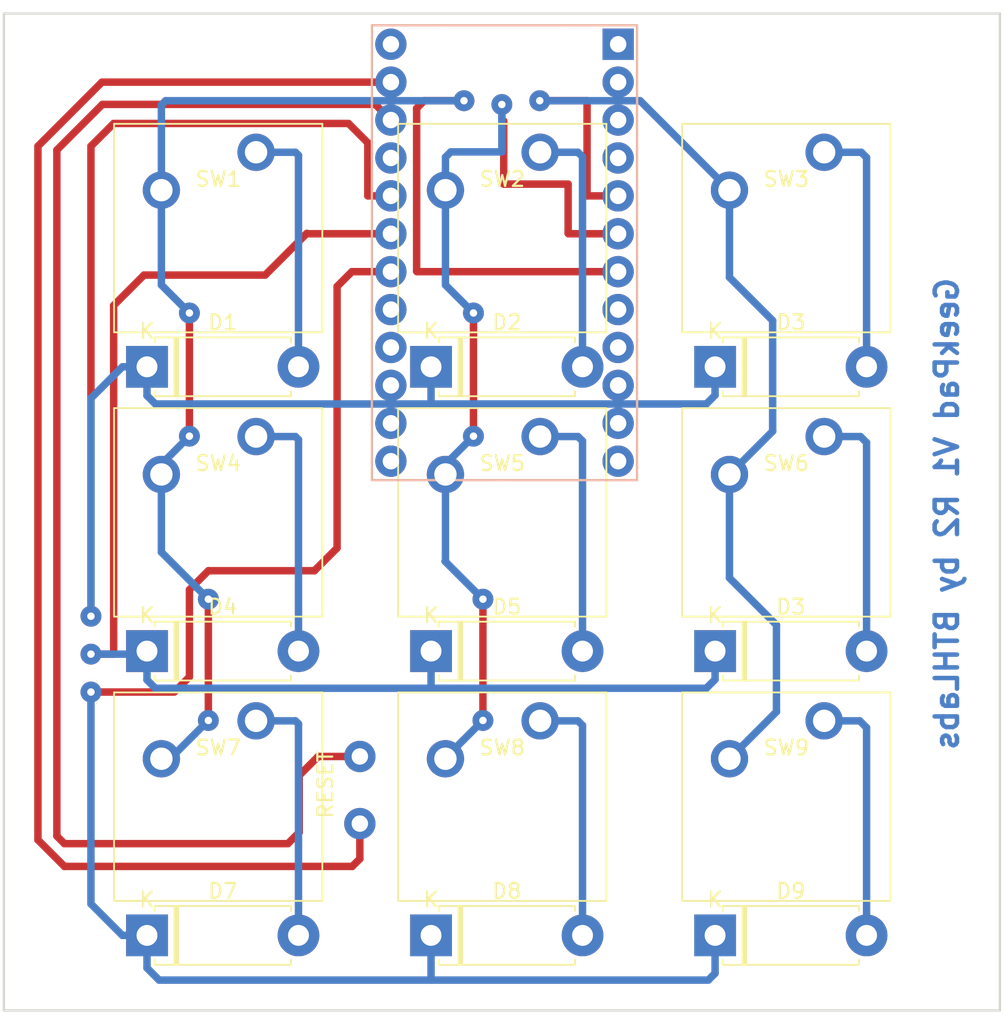
<source format=kicad_pcb>
(kicad_pcb (version 20171130) (host pcbnew "(5.0.1-3-g963ef8bb5)")

  (general
    (thickness 1.6)
    (drawings 189)
    (tracks 173)
    (zones 0)
    (modules 24)
    (nets 1)
  )

  (page A4)
  (layers
    (0 F.Cu signal)
    (31 B.Cu signal)
    (32 B.Adhes user)
    (33 F.Adhes user)
    (34 B.Paste user)
    (35 F.Paste user)
    (36 B.SilkS user)
    (37 F.SilkS user)
    (38 B.Mask user)
    (39 F.Mask user)
    (40 Dwgs.User user)
    (41 Cmts.User user)
    (42 Eco1.User user)
    (43 Eco2.User user)
    (44 Edge.Cuts user)
    (45 Margin user)
    (46 B.CrtYd user)
    (47 F.CrtYd user)
    (48 B.Fab user)
    (49 F.Fab user)
  )

  (setup
    (last_trace_width 0.5)
    (trace_clearance 0.2)
    (zone_clearance 0.508)
    (zone_45_only no)
    (trace_min 0.2)
    (segment_width 0.2)
    (edge_width 0.15)
    (via_size 1.4)
    (via_drill 0.5)
    (via_min_size 0.4)
    (via_min_drill 0.3)
    (uvia_size 0.3)
    (uvia_drill 0.1)
    (uvias_allowed no)
    (uvia_min_size 0.2)
    (uvia_min_drill 0.1)
    (pcb_text_width 0.3)
    (pcb_text_size 1.5 1.5)
    (mod_edge_width 0.15)
    (mod_text_size 1 1)
    (mod_text_width 0.15)
    (pad_size 2.1 2.1)
    (pad_drill 1.1)
    (pad_to_mask_clearance 0.051)
    (solder_mask_min_width 0.25)
    (aux_axis_origin 0 0)
    (visible_elements FFFFF77F)
    (pcbplotparams
      (layerselection 0x010fc_ffffffff)
      (usegerberextensions false)
      (usegerberattributes false)
      (usegerberadvancedattributes false)
      (creategerberjobfile false)
      (excludeedgelayer true)
      (linewidth 0.100000)
      (plotframeref false)
      (viasonmask false)
      (mode 1)
      (useauxorigin false)
      (hpglpennumber 1)
      (hpglpenspeed 20)
      (hpglpendiameter 15.000000)
      (psnegative false)
      (psa4output false)
      (plotreference true)
      (plotvalue true)
      (plotinvisibletext false)
      (padsonsilk false)
      (subtractmaskfromsilk false)
      (outputformat 1)
      (mirror false)
      (drillshape 1)
      (scaleselection 1)
      (outputdirectory ""))
  )

  (net 0 "")

  (net_class Default "This is the default net class."
    (clearance 0.2)
    (trace_width 0.5)
    (via_dia 1.4)
    (via_drill 0.5)
    (uvia_dia 0.3)
    (uvia_drill 0.1)
  )

  (module Button_Switch_THT:Reset (layer F.Cu) (tedit 5C0BA0CC) (tstamp 5C247A81)
    (at 39.37 65.278)
    (descr https://www.omron.com/ecb/products/pdf/en-b3f.pdf)
    (tags "tact sw push 6mm")
    (fp_text reference RESET (at -2.30632 1.88976 90) (layer F.SilkS)
      (effects (font (size 1 1) (thickness 0.15)))
    )
    (fp_text value RESET (at 2.413 2.286 270) (layer F.Fab)
      (effects (font (size 1 1) (thickness 0.15)))
    )
    (fp_line (start -1.2446 5.99948) (end 1.26492 5.99948) (layer F.CrtYd) (width 0.05))
    (fp_line (start 1.27 6) (end 1.52 6) (layer F.CrtYd) (width 0.05))
    (fp_line (start 1.524 6) (end 1.524 5.75) (layer F.CrtYd) (width 0.05))
    (fp_line (start 1.27 -1.5) (end 1.52 -1.5) (layer F.CrtYd) (width 0.05))
    (fp_line (start 1.524 -1.5) (end 1.524 -1.25) (layer F.CrtYd) (width 0.05))
    (fp_line (start -1.5 -1.25) (end -1.5 -1.5) (layer F.CrtYd) (width 0.05))
    (fp_line (start -1.5 -1.5) (end -1.25 -1.5) (layer F.CrtYd) (width 0.05))
    (fp_line (start -1.5 5.75) (end -1.5 6) (layer F.CrtYd) (width 0.05))
    (fp_line (start -1.5 6) (end -1.25 6) (layer F.CrtYd) (width 0.05))
    (fp_line (start -1.25 -1.5) (end 1.2954 -1.4986) (layer F.CrtYd) (width 0.05))
    (fp_line (start -1.5 5.75) (end -1.5 -1.25) (layer F.CrtYd) (width 0.05))
    (fp_line (start 1.524 -1.25) (end 1.524 5.75) (layer F.CrtYd) (width 0.05))
    (pad 2 thru_hole circle (at 0 4.5 90) (size 2.1 2.1) (drill 1.1) (layers *.Cu *.Mask))
    (pad 1 thru_hole circle (at 0 0 90) (size 2.1 2.1) (drill 1.1) (layers *.Cu *.Mask))
    (model ${KISYS3DMOD}/Button_Switch_THT.3dshapes/SW_PUSH_6mm.wrl
      (at (xyz 0 0 0))
      (scale (xyz 1 1 1))
      (rotate (xyz 0 0 0))
    )
  )

  (module promicro:ProMicro (layer B.Cu) (tedit 5BF4FEF5) (tstamp 5C081AB8)
    (at 49.0728 31.5214 270)
    (descr "Pro Micro footprint")
    (tags "promicro ProMicro")
    (fp_text reference ProMicro (at 0 10.16 270) (layer B.SilkS) hide
      (effects (font (size 1 1) (thickness 0.15)) (justify mirror))
    )
    (fp_text value "" (at 0 -10.16 270) (layer B.Fab)
      (effects (font (size 1 1) (thickness 0.15)) (justify mirror))
    )
    (fp_line (start -15.24 3.81) (end -15.24 -3.81) (layer F.SilkS) (width 0.15))
    (fp_line (start -15.24 -3.81) (end -15.24 3.81) (layer B.SilkS) (width 0.15))
    (fp_line (start 15.24 8.89) (end 15.24 -8.89) (layer F.SilkS) (width 0.15))
    (fp_line (start 15.24 -8.89) (end -15.24 -8.89) (layer F.SilkS) (width 0.15))
    (fp_line (start -15.24 -8.89) (end -15.24 -3.81) (layer F.SilkS) (width 0.15))
    (fp_line (start -15.24 3.81) (end -15.24 8.89) (layer F.SilkS) (width 0.15))
    (fp_line (start -15.24 8.89) (end 15.24 8.89) (layer F.SilkS) (width 0.15))
    (fp_line (start -15.24 -8.89) (end 15.24 -8.89) (layer B.SilkS) (width 0.15))
    (fp_line (start -15.24 -8.89) (end -15.24 -3.81) (layer B.SilkS) (width 0.15))
    (fp_line (start -15.24 3.81) (end -15.24 8.89) (layer B.SilkS) (width 0.15))
    (fp_line (start -15.24 8.89) (end 15.24 8.89) (layer B.SilkS) (width 0.15))
    (fp_line (start 15.24 8.89) (end 15.24 -8.89) (layer B.SilkS) (width 0.15))
    (pad 1 thru_hole rect (at -13.97 -7.62 270) (size 2.1 2.1) (drill 1.1) (layers F.Cu F.Mask))
    (pad 2 thru_hole circle (at -11.43 -7.62 270) (size 2.1 2.1) (drill 1.1) (layers F.Cu F.Mask))
    (pad 3 thru_hole circle (at -8.89 -7.62 270) (size 2.1 2.1) (drill 1.1) (layers F.Cu F.Mask))
    (pad 4 thru_hole circle (at -6.35 -7.62 270) (size 2.1 2.1) (drill 1.1) (layers F.Cu F.Mask))
    (pad 5 thru_hole circle (at -3.81 -7.62 270) (size 2.1 2.1) (drill 1.1) (layers F.Cu F.Mask))
    (pad 6 thru_hole circle (at -1.27 -7.62 270) (size 2.1 2.1) (drill 1.1) (layers F.Cu F.Mask))
    (pad 7 thru_hole circle (at 1.27 -7.62 270) (size 2.1 2.1) (drill 1.1) (layers F.Cu F.Mask))
    (pad 8 thru_hole circle (at 3.81 -7.62 270) (size 2.1 2.1) (drill 1.1) (layers F.Cu F.Mask))
    (pad 9 thru_hole circle (at 6.35 -7.62 270) (size 2.1 2.1) (drill 1.1) (layers F.Cu F.Mask))
    (pad 10 thru_hole circle (at 8.89 -7.62 270) (size 2.1 2.1) (drill 1.1) (layers F.Cu F.Mask))
    (pad 11 thru_hole circle (at 11.43 -7.62 270) (size 2.1 2.1) (drill 1.1) (layers F.Cu F.Mask))
    (pad 12 thru_hole circle (at 13.97 -7.62 270) (size 2.1 2.1) (drill 1.1) (layers F.Cu F.Mask))
    (pad 13 thru_hole circle (at 13.97 7.62 270) (size 2.1 2.1) (drill 1.1) (layers F.Cu F.Mask))
    (pad 14 thru_hole circle (at 11.43 7.62 270) (size 2.1 2.1) (drill 1.1) (layers F.Cu F.Mask))
    (pad 15 thru_hole circle (at 8.89 7.62 270) (size 2.1 2.1) (drill 1.1) (layers F.Cu F.Mask))
    (pad 16 thru_hole circle (at 6.35 7.62 270) (size 2.1 2.1) (drill 1.1) (layers F.Cu F.Mask))
    (pad 17 thru_hole circle (at 3.81 7.62 270) (size 2.1 2.1) (drill 1.1) (layers F.Cu F.Mask))
    (pad 18 thru_hole circle (at 1.27 7.62 270) (size 2.1 2.1) (drill 1.1) (layers F.Cu F.Mask))
    (pad 19 thru_hole circle (at -1.27 7.62 270) (size 2.1 2.1) (drill 1.1) (layers F.Cu F.Mask))
    (pad 20 thru_hole circle (at -3.81 7.62 270) (size 2.1 2.1) (drill 1.1) (layers F.Cu F.Mask))
    (pad 21 thru_hole circle (at -6.35 7.62 270) (size 2.1 2.1) (drill 1.1) (layers F.Cu F.Mask))
    (pad 22 thru_hole circle (at -8.89 7.62 270) (size 2.1 2.1) (drill 1.1) (layers F.Cu F.Mask))
    (pad 23 thru_hole circle (at -11.43 7.62 270) (size 2.1 2.1) (drill 1.1) (layers F.Cu F.Mask))
    (pad 24 thru_hole circle (at -13.97 7.62 270) (size 2.1 2.1) (drill 1.1) (layers F.Cu F.Mask))
  )

  (module Diode_THT:D_5W_P10.16mm_Horizontal (layer F.Cu) (tedit 5BE3D2B0) (tstamp 5BF02D03)
    (at 44.1452 77.2668)
    (descr "Diode, 5W series, Axial, Horizontal, pin pitch=10.16mm, , length*diameter=8.9*3.7mm^2, , http://www.diodes.com/_files/packages/8686949.gif")
    (tags "Diode 5W series Axial Horizontal pin pitch 10.16mm  length 8.9mm diameter 3.7mm")
    (fp_text reference D8 (at 5.08 -2.97) (layer F.SilkS)
      (effects (font (size 1 1) (thickness 0.15)))
    )
    (fp_text value "" (at 5.08 2.97) (layer F.Fab)
      (effects (font (size 1 1) (thickness 0.15)))
    )
    (fp_text user K (at 0 -2.4) (layer F.SilkS)
      (effects (font (size 1 1) (thickness 0.15)))
    )
    (fp_text user K (at 0 -2.4) (layer F.Fab)
      (effects (font (size 1 1) (thickness 0.15)))
    )
    (fp_text user %R (at 5.7475 0) (layer F.Fab)
      (effects (font (size 1 1) (thickness 0.15)))
    )
    (fp_line (start 11.81 -2.1) (end -1.65 -2.1) (layer F.CrtYd) (width 0.05))
    (fp_line (start 11.81 2.1) (end 11.81 -2.1) (layer F.CrtYd) (width 0.05))
    (fp_line (start -1.65 2.1) (end 11.81 2.1) (layer F.CrtYd) (width 0.05))
    (fp_line (start -1.65 -2.1) (end -1.65 2.1) (layer F.CrtYd) (width 0.05))
    (fp_line (start 1.845 -1.97) (end 1.845 1.97) (layer F.SilkS) (width 0.12))
    (fp_line (start 2.085 -1.97) (end 2.085 1.97) (layer F.SilkS) (width 0.12))
    (fp_line (start 1.965 -1.97) (end 1.965 1.97) (layer F.SilkS) (width 0.12))
    (fp_line (start 9.65 1.97) (end 9.65 1.64) (layer F.SilkS) (width 0.12))
    (fp_line (start 0.51 1.97) (end 9.65 1.97) (layer F.SilkS) (width 0.12))
    (fp_line (start 0.51 1.64) (end 0.51 1.97) (layer F.SilkS) (width 0.12))
    (fp_line (start 9.65 -1.97) (end 9.65 -1.64) (layer F.SilkS) (width 0.12))
    (fp_line (start 0.51 -1.97) (end 9.65 -1.97) (layer F.SilkS) (width 0.12))
    (fp_line (start 0.51 -1.64) (end 0.51 -1.97) (layer F.SilkS) (width 0.12))
    (fp_line (start 1.865 -1.85) (end 1.865 1.85) (layer F.Fab) (width 0.1))
    (fp_line (start 2.065 -1.85) (end 2.065 1.85) (layer F.Fab) (width 0.1))
    (fp_line (start 1.965 -1.85) (end 1.965 1.85) (layer F.Fab) (width 0.1))
    (fp_line (start 10.16 0) (end 9.53 0) (layer F.Fab) (width 0.1))
    (fp_line (start 0 0) (end 0.63 0) (layer F.Fab) (width 0.1))
    (fp_line (start 9.53 -1.85) (end 0.63 -1.85) (layer F.Fab) (width 0.1))
    (fp_line (start 9.53 1.85) (end 9.53 -1.85) (layer F.Fab) (width 0.1))
    (fp_line (start 0.63 1.85) (end 9.53 1.85) (layer F.Fab) (width 0.1))
    (fp_line (start 0.63 -1.85) (end 0.63 1.85) (layer F.Fab) (width 0.1))
    (pad 2 thru_hole oval (at 10.16 0) (size 2.8 2.8) (drill 1.4) (layers *.Cu *.Mask))
    (pad 1 thru_hole rect (at 0 0) (size 2.8 2.8) (drill 1.4) (layers *.Cu *.Mask))
    (model ${KISYS3DMOD}/Diode_THT.3dshapes/D_5W_P10.16mm_Horizontal.wrl
      (at (xyz 0 0 0))
      (scale (xyz 1 1 1))
      (rotate (xyz 0 0 0))
    )
  )

  (module Diode_THT:D_5W_P10.16mm_Horizontal (layer F.Cu) (tedit 5BE3D29F) (tstamp 5BF02CE5)
    (at 25.0952 77.2668)
    (descr "Diode, 5W series, Axial, Horizontal, pin pitch=10.16mm, , length*diameter=8.9*3.7mm^2, , http://www.diodes.com/_files/packages/8686949.gif")
    (tags "Diode 5W series Axial Horizontal pin pitch 10.16mm  length 8.9mm diameter 3.7mm")
    (fp_text reference D7 (at 5.08 -2.97) (layer F.SilkS)
      (effects (font (size 1 1) (thickness 0.15)))
    )
    (fp_text value "" (at 5.08 2.97) (layer F.Fab)
      (effects (font (size 1 1) (thickness 0.15)))
    )
    (fp_line (start 0.63 -1.85) (end 0.63 1.85) (layer F.Fab) (width 0.1))
    (fp_line (start 0.63 1.85) (end 9.53 1.85) (layer F.Fab) (width 0.1))
    (fp_line (start 9.53 1.85) (end 9.53 -1.85) (layer F.Fab) (width 0.1))
    (fp_line (start 9.53 -1.85) (end 0.63 -1.85) (layer F.Fab) (width 0.1))
    (fp_line (start 0 0) (end 0.63 0) (layer F.Fab) (width 0.1))
    (fp_line (start 10.16 0) (end 9.53 0) (layer F.Fab) (width 0.1))
    (fp_line (start 1.965 -1.85) (end 1.965 1.85) (layer F.Fab) (width 0.1))
    (fp_line (start 2.065 -1.85) (end 2.065 1.85) (layer F.Fab) (width 0.1))
    (fp_line (start 1.865 -1.85) (end 1.865 1.85) (layer F.Fab) (width 0.1))
    (fp_line (start 0.51 -1.64) (end 0.51 -1.97) (layer F.SilkS) (width 0.12))
    (fp_line (start 0.51 -1.97) (end 9.65 -1.97) (layer F.SilkS) (width 0.12))
    (fp_line (start 9.65 -1.97) (end 9.65 -1.64) (layer F.SilkS) (width 0.12))
    (fp_line (start 0.51 1.64) (end 0.51 1.97) (layer F.SilkS) (width 0.12))
    (fp_line (start 0.51 1.97) (end 9.65 1.97) (layer F.SilkS) (width 0.12))
    (fp_line (start 9.65 1.97) (end 9.65 1.64) (layer F.SilkS) (width 0.12))
    (fp_line (start 1.965 -1.97) (end 1.965 1.97) (layer F.SilkS) (width 0.12))
    (fp_line (start 2.085 -1.97) (end 2.085 1.97) (layer F.SilkS) (width 0.12))
    (fp_line (start 1.845 -1.97) (end 1.845 1.97) (layer F.SilkS) (width 0.12))
    (fp_line (start -1.65 -2.1) (end -1.65 2.1) (layer F.CrtYd) (width 0.05))
    (fp_line (start -1.65 2.1) (end 11.81 2.1) (layer F.CrtYd) (width 0.05))
    (fp_line (start 11.81 2.1) (end 11.81 -2.1) (layer F.CrtYd) (width 0.05))
    (fp_line (start 11.81 -2.1) (end -1.65 -2.1) (layer F.CrtYd) (width 0.05))
    (fp_text user %R (at 5.7475 0) (layer F.Fab)
      (effects (font (size 1 1) (thickness 0.15)))
    )
    (fp_text user K (at 0 -2.4) (layer F.Fab)
      (effects (font (size 1 1) (thickness 0.15)))
    )
    (fp_text user K (at 0 -2.4) (layer F.SilkS)
      (effects (font (size 1 1) (thickness 0.15)))
    )
    (pad 1 thru_hole rect (at 0 0) (size 2.8 2.8) (drill 1.4) (layers *.Cu *.Mask))
    (pad 2 thru_hole oval (at 10.16 0) (size 2.8 2.8) (drill 1.4) (layers *.Cu *.Mask))
    (model ${KISYS3DMOD}/Diode_THT.3dshapes/D_5W_P10.16mm_Horizontal.wrl
      (at (xyz 0 0 0))
      (scale (xyz 1 1 1))
      (rotate (xyz 0 0 0))
    )
  )

  (module Button_Switch_Keyboard:SW_Cherry_MX1A_1.00u_Plate (layer F.Cu) (tedit 5BF4FF54) (tstamp 5BF02CCE)
    (at 51.4604 62.8904)
    (descr "Cherry MX keyswitch, MX1A, 1.00u, plate mount, http://cherryamericas.com/wp-content/uploads/2014/12/mx_cat.pdf")
    (tags "cherry mx keyswitch MX1A 1.00u plate")
    (fp_text reference SW8 (at -2.54 1.794) (layer F.SilkS)
      (effects (font (size 1 1) (thickness 0.15)))
    )
    (fp_text value "" (at -2.54 12.954) (layer F.Fab)
      (effects (font (size 1 1) (thickness 0.15)))
    )
    (fp_line (start -9.525 12.065) (end -9.525 -1.905) (layer F.SilkS) (width 0.12))
    (fp_line (start 4.445 12.065) (end -9.525 12.065) (layer F.SilkS) (width 0.12))
    (fp_line (start 4.445 -1.905) (end 4.445 12.065) (layer F.SilkS) (width 0.12))
    (fp_line (start -9.525 -1.905) (end 4.445 -1.905) (layer F.SilkS) (width 0.12))
    (fp_line (start -12.065 14.605) (end -12.065 -4.445) (layer Dwgs.User) (width 0.15))
    (fp_line (start 6.985 14.605) (end -12.065 14.605) (layer Dwgs.User) (width 0.15))
    (fp_line (start 6.985 -4.445) (end 6.985 14.605) (layer Dwgs.User) (width 0.15))
    (fp_line (start -12.065 -4.445) (end 6.985 -4.445) (layer Dwgs.User) (width 0.15))
    (fp_line (start -9.14 -1.52) (end 4.06 -1.52) (layer F.CrtYd) (width 0.05))
    (fp_line (start 4.06 -1.52) (end 4.06 11.68) (layer F.CrtYd) (width 0.05))
    (fp_line (start 4.06 11.68) (end -9.14 11.68) (layer F.CrtYd) (width 0.05))
    (fp_line (start -9.14 11.68) (end -9.14 -1.52) (layer F.CrtYd) (width 0.05))
    (fp_line (start -8.89 11.43) (end -8.89 -1.27) (layer F.Fab) (width 0.15))
    (fp_line (start 3.81 11.43) (end -8.89 11.43) (layer F.Fab) (width 0.15))
    (fp_line (start 3.81 -1.27) (end 3.81 11.43) (layer F.Fab) (width 0.15))
    (fp_line (start -8.89 -1.27) (end 3.81 -1.27) (layer F.Fab) (width 0.15))
    (fp_text user %R (at -2.54 1.794) (layer F.Fab)
      (effects (font (size 1 1) (thickness 0.15)))
    )
    (pad "" np_thru_hole circle (at -2.54 5.08) (size 4 4) (drill 4) (layers *.Cu *.Mask))
    (pad 2 thru_hole circle (at -6.35 2.54) (size 2.5 2.5) (drill 1.5) (layers *.Cu *.Mask))
    (pad 1 thru_hole circle (at 0 0) (size 2.5 2.5) (drill 1.5) (layers *.Cu *.Mask))
    (model ${KISYS3DMOD}/Button_Switch_Keyboard.3dshapes/SW_Cherry_MX1A_1.00u_Plate.wrl
      (at (xyz 0 0 0))
      (scale (xyz 1 1 1))
      (rotate (xyz 0 0 0))
    )
  )

  (module Button_Switch_Keyboard:SW_Cherry_MX1A_1.00u_Plate (layer F.Cu) (tedit 5BF4FF44) (tstamp 5BF02CB7)
    (at 32.4104 62.8904)
    (descr "Cherry MX keyswitch, MX1A, 1.00u, plate mount, http://cherryamericas.com/wp-content/uploads/2014/12/mx_cat.pdf")
    (tags "cherry mx keyswitch MX1A 1.00u plate")
    (fp_text reference SW7 (at -2.54 1.794) (layer F.SilkS)
      (effects (font (size 1 1) (thickness 0.15)))
    )
    (fp_text value "" (at -2.54 12.954) (layer F.Fab)
      (effects (font (size 1 1) (thickness 0.15)))
    )
    (fp_text user %R (at -2.54 1.794) (layer F.Fab)
      (effects (font (size 1 1) (thickness 0.15)))
    )
    (fp_line (start -8.89 -1.27) (end 3.81 -1.27) (layer F.Fab) (width 0.15))
    (fp_line (start 3.81 -1.27) (end 3.81 11.43) (layer F.Fab) (width 0.15))
    (fp_line (start 3.81 11.43) (end -8.89 11.43) (layer F.Fab) (width 0.15))
    (fp_line (start -8.89 11.43) (end -8.89 -1.27) (layer F.Fab) (width 0.15))
    (fp_line (start -9.14 11.68) (end -9.14 -1.52) (layer F.CrtYd) (width 0.05))
    (fp_line (start 4.06 11.68) (end -9.14 11.68) (layer F.CrtYd) (width 0.05))
    (fp_line (start 4.06 -1.52) (end 4.06 11.68) (layer F.CrtYd) (width 0.05))
    (fp_line (start -9.14 -1.52) (end 4.06 -1.52) (layer F.CrtYd) (width 0.05))
    (fp_line (start -12.065 -4.445) (end 6.985 -4.445) (layer Dwgs.User) (width 0.15))
    (fp_line (start 6.985 -4.445) (end 6.985 14.605) (layer Dwgs.User) (width 0.15))
    (fp_line (start 6.985 14.605) (end -12.065 14.605) (layer Dwgs.User) (width 0.15))
    (fp_line (start -12.065 14.605) (end -12.065 -4.445) (layer Dwgs.User) (width 0.15))
    (fp_line (start -9.525 -1.905) (end 4.445 -1.905) (layer F.SilkS) (width 0.12))
    (fp_line (start 4.445 -1.905) (end 4.445 12.065) (layer F.SilkS) (width 0.12))
    (fp_line (start 4.445 12.065) (end -9.525 12.065) (layer F.SilkS) (width 0.12))
    (fp_line (start -9.525 12.065) (end -9.525 -1.905) (layer F.SilkS) (width 0.12))
    (pad 1 thru_hole circle (at 0 0) (size 2.5 2.5) (drill 1.5) (layers *.Cu *.Mask))
    (pad 2 thru_hole circle (at -6.35 2.54) (size 2.5 2.5) (drill 1.5) (layers *.Cu *.Mask))
    (pad "" np_thru_hole circle (at -2.54 5.08) (size 4 4) (drill 4) (layers *.Cu *.Mask))
    (model ${KISYS3DMOD}/Button_Switch_Keyboard.3dshapes/SW_Cherry_MX1A_1.00u_Plate.wrl
      (at (xyz 0 0 0))
      (scale (xyz 1 1 1))
      (rotate (xyz 0 0 0))
    )
  )

  (module Diode_THT:D_5W_P10.16mm_Horizontal (layer F.Cu) (tedit 5BE3D2C2) (tstamp 5BF02C99)
    (at 63.1952 77.2668)
    (descr "Diode, 5W series, Axial, Horizontal, pin pitch=10.16mm, , length*diameter=8.9*3.7mm^2, , http://www.diodes.com/_files/packages/8686949.gif")
    (tags "Diode 5W series Axial Horizontal pin pitch 10.16mm  length 8.9mm diameter 3.7mm")
    (fp_text reference D9 (at 5.08 -2.97) (layer F.SilkS)
      (effects (font (size 1 1) (thickness 0.15)))
    )
    (fp_text value "" (at 5.08 2.97) (layer F.Fab)
      (effects (font (size 1 1) (thickness 0.15)))
    )
    (fp_text user K (at 0 -2.4) (layer F.SilkS)
      (effects (font (size 1 1) (thickness 0.15)))
    )
    (fp_text user K (at 0 -2.4) (layer F.Fab)
      (effects (font (size 1 1) (thickness 0.15)))
    )
    (fp_text user %R (at 5.7475 0) (layer F.Fab)
      (effects (font (size 1 1) (thickness 0.15)))
    )
    (fp_line (start 11.81 -2.1) (end -1.65 -2.1) (layer F.CrtYd) (width 0.05))
    (fp_line (start 11.81 2.1) (end 11.81 -2.1) (layer F.CrtYd) (width 0.05))
    (fp_line (start -1.65 2.1) (end 11.81 2.1) (layer F.CrtYd) (width 0.05))
    (fp_line (start -1.65 -2.1) (end -1.65 2.1) (layer F.CrtYd) (width 0.05))
    (fp_line (start 1.845 -1.97) (end 1.845 1.97) (layer F.SilkS) (width 0.12))
    (fp_line (start 2.085 -1.97) (end 2.085 1.97) (layer F.SilkS) (width 0.12))
    (fp_line (start 1.965 -1.97) (end 1.965 1.97) (layer F.SilkS) (width 0.12))
    (fp_line (start 9.65 1.97) (end 9.65 1.64) (layer F.SilkS) (width 0.12))
    (fp_line (start 0.51 1.97) (end 9.65 1.97) (layer F.SilkS) (width 0.12))
    (fp_line (start 0.51 1.64) (end 0.51 1.97) (layer F.SilkS) (width 0.12))
    (fp_line (start 9.65 -1.97) (end 9.65 -1.64) (layer F.SilkS) (width 0.12))
    (fp_line (start 0.51 -1.97) (end 9.65 -1.97) (layer F.SilkS) (width 0.12))
    (fp_line (start 0.51 -1.64) (end 0.51 -1.97) (layer F.SilkS) (width 0.12))
    (fp_line (start 1.865 -1.85) (end 1.865 1.85) (layer F.Fab) (width 0.1))
    (fp_line (start 2.065 -1.85) (end 2.065 1.85) (layer F.Fab) (width 0.1))
    (fp_line (start 1.965 -1.85) (end 1.965 1.85) (layer F.Fab) (width 0.1))
    (fp_line (start 10.16 0) (end 9.53 0) (layer F.Fab) (width 0.1))
    (fp_line (start 0 0) (end 0.63 0) (layer F.Fab) (width 0.1))
    (fp_line (start 9.53 -1.85) (end 0.63 -1.85) (layer F.Fab) (width 0.1))
    (fp_line (start 9.53 1.85) (end 9.53 -1.85) (layer F.Fab) (width 0.1))
    (fp_line (start 0.63 1.85) (end 9.53 1.85) (layer F.Fab) (width 0.1))
    (fp_line (start 0.63 -1.85) (end 0.63 1.85) (layer F.Fab) (width 0.1))
    (pad 2 thru_hole oval (at 10.16 0) (size 2.8 2.8) (drill 1.4) (layers *.Cu *.Mask))
    (pad 1 thru_hole rect (at 0 0) (size 2.8 2.8) (drill 1.4) (layers *.Cu *.Mask))
    (model ${KISYS3DMOD}/Diode_THT.3dshapes/D_5W_P10.16mm_Horizontal.wrl
      (at (xyz 0 0 0))
      (scale (xyz 1 1 1))
      (rotate (xyz 0 0 0))
    )
  )

  (module Button_Switch_Keyboard:SW_Cherry_MX1A_1.00u_Plate (layer F.Cu) (tedit 5BF4FF69) (tstamp 5BF02C82)
    (at 70.5104 62.8904)
    (descr "Cherry MX keyswitch, MX1A, 1.00u, plate mount, http://cherryamericas.com/wp-content/uploads/2014/12/mx_cat.pdf")
    (tags "cherry mx keyswitch MX1A 1.00u plate")
    (fp_text reference SW9 (at -2.54 1.794) (layer F.SilkS)
      (effects (font (size 1 1) (thickness 0.15)))
    )
    (fp_text value "" (at -2.54 12.954) (layer F.Fab)
      (effects (font (size 1 1) (thickness 0.15)))
    )
    (fp_line (start -9.525 12.065) (end -9.525 -1.905) (layer F.SilkS) (width 0.12))
    (fp_line (start 4.445 12.065) (end -9.525 12.065) (layer F.SilkS) (width 0.12))
    (fp_line (start 4.445 -1.905) (end 4.445 12.065) (layer F.SilkS) (width 0.12))
    (fp_line (start -9.525 -1.905) (end 4.445 -1.905) (layer F.SilkS) (width 0.12))
    (fp_line (start -12.065 14.605) (end -12.065 -4.445) (layer Dwgs.User) (width 0.15))
    (fp_line (start 6.985 14.605) (end -12.065 14.605) (layer Dwgs.User) (width 0.15))
    (fp_line (start 6.985 -4.445) (end 6.985 14.605) (layer Dwgs.User) (width 0.15))
    (fp_line (start -12.065 -4.445) (end 6.985 -4.445) (layer Dwgs.User) (width 0.15))
    (fp_line (start -9.14 -1.52) (end 4.06 -1.52) (layer F.CrtYd) (width 0.05))
    (fp_line (start 4.06 -1.52) (end 4.06 11.68) (layer F.CrtYd) (width 0.05))
    (fp_line (start 4.06 11.68) (end -9.14 11.68) (layer F.CrtYd) (width 0.05))
    (fp_line (start -9.14 11.68) (end -9.14 -1.52) (layer F.CrtYd) (width 0.05))
    (fp_line (start -8.89 11.43) (end -8.89 -1.27) (layer F.Fab) (width 0.15))
    (fp_line (start 3.81 11.43) (end -8.89 11.43) (layer F.Fab) (width 0.15))
    (fp_line (start 3.81 -1.27) (end 3.81 11.43) (layer F.Fab) (width 0.15))
    (fp_line (start -8.89 -1.27) (end 3.81 -1.27) (layer F.Fab) (width 0.15))
    (fp_text user %R (at -2.54 1.794) (layer F.Fab)
      (effects (font (size 1 1) (thickness 0.15)))
    )
    (pad "" np_thru_hole circle (at -2.54 5.08) (size 4 4) (drill 4) (layers *.Cu *.Mask))
    (pad 2 thru_hole circle (at -6.35 2.54) (size 2.5 2.5) (drill 1.5) (layers *.Cu *.Mask))
    (pad 1 thru_hole circle (at 0 0) (size 2.5 2.5) (drill 1.5) (layers *.Cu *.Mask))
    (model ${KISYS3DMOD}/Button_Switch_Keyboard.3dshapes/SW_Cherry_MX1A_1.00u_Plate.wrl
      (at (xyz 0 0 0))
      (scale (xyz 1 1 1))
      (rotate (xyz 0 0 0))
    )
  )

  (module Diode_THT:D_5W_P10.16mm_Horizontal (layer F.Cu) (tedit 5BE3D227) (tstamp 5BF02D03)
    (at 44.1452 58.2168)
    (descr "Diode, 5W series, Axial, Horizontal, pin pitch=10.16mm, , length*diameter=8.9*3.7mm^2, , http://www.diodes.com/_files/packages/8686949.gif")
    (tags "Diode 5W series Axial Horizontal pin pitch 10.16mm  length 8.9mm diameter 3.7mm")
    (fp_text reference D5 (at 5.08 -2.97) (layer F.SilkS)
      (effects (font (size 1 1) (thickness 0.15)))
    )
    (fp_text value "" (at 5.08 2.97) (layer F.Fab)
      (effects (font (size 1 1) (thickness 0.15)))
    )
    (fp_text user K (at 0 -2.4) (layer F.SilkS)
      (effects (font (size 1 1) (thickness 0.15)))
    )
    (fp_text user K (at 0 -2.4) (layer F.Fab)
      (effects (font (size 1 1) (thickness 0.15)))
    )
    (fp_text user %R (at 5.7475 0) (layer F.Fab)
      (effects (font (size 1 1) (thickness 0.15)))
    )
    (fp_line (start 11.81 -2.1) (end -1.65 -2.1) (layer F.CrtYd) (width 0.05))
    (fp_line (start 11.81 2.1) (end 11.81 -2.1) (layer F.CrtYd) (width 0.05))
    (fp_line (start -1.65 2.1) (end 11.81 2.1) (layer F.CrtYd) (width 0.05))
    (fp_line (start -1.65 -2.1) (end -1.65 2.1) (layer F.CrtYd) (width 0.05))
    (fp_line (start 1.845 -1.97) (end 1.845 1.97) (layer F.SilkS) (width 0.12))
    (fp_line (start 2.085 -1.97) (end 2.085 1.97) (layer F.SilkS) (width 0.12))
    (fp_line (start 1.965 -1.97) (end 1.965 1.97) (layer F.SilkS) (width 0.12))
    (fp_line (start 9.65 1.97) (end 9.65 1.64) (layer F.SilkS) (width 0.12))
    (fp_line (start 0.51 1.97) (end 9.65 1.97) (layer F.SilkS) (width 0.12))
    (fp_line (start 0.51 1.64) (end 0.51 1.97) (layer F.SilkS) (width 0.12))
    (fp_line (start 9.65 -1.97) (end 9.65 -1.64) (layer F.SilkS) (width 0.12))
    (fp_line (start 0.51 -1.97) (end 9.65 -1.97) (layer F.SilkS) (width 0.12))
    (fp_line (start 0.51 -1.64) (end 0.51 -1.97) (layer F.SilkS) (width 0.12))
    (fp_line (start 1.865 -1.85) (end 1.865 1.85) (layer F.Fab) (width 0.1))
    (fp_line (start 2.065 -1.85) (end 2.065 1.85) (layer F.Fab) (width 0.1))
    (fp_line (start 1.965 -1.85) (end 1.965 1.85) (layer F.Fab) (width 0.1))
    (fp_line (start 10.16 0) (end 9.53 0) (layer F.Fab) (width 0.1))
    (fp_line (start 0 0) (end 0.63 0) (layer F.Fab) (width 0.1))
    (fp_line (start 9.53 -1.85) (end 0.63 -1.85) (layer F.Fab) (width 0.1))
    (fp_line (start 9.53 1.85) (end 9.53 -1.85) (layer F.Fab) (width 0.1))
    (fp_line (start 0.63 1.85) (end 9.53 1.85) (layer F.Fab) (width 0.1))
    (fp_line (start 0.63 -1.85) (end 0.63 1.85) (layer F.Fab) (width 0.1))
    (pad 2 thru_hole oval (at 10.16 0) (size 2.8 2.8) (drill 1.4) (layers *.Cu *.Mask))
    (pad 1 thru_hole rect (at 0 0) (size 2.8 2.8) (drill 1.4) (layers *.Cu *.Mask))
    (model ${KISYS3DMOD}/Diode_THT.3dshapes/D_5W_P10.16mm_Horizontal.wrl
      (at (xyz 0 0 0))
      (scale (xyz 1 1 1))
      (rotate (xyz 0 0 0))
    )
  )

  (module Diode_THT:D_5W_P10.16mm_Horizontal (layer F.Cu) (tedit 5BE3D220) (tstamp 5BF02CE5)
    (at 25.0952 58.2168)
    (descr "Diode, 5W series, Axial, Horizontal, pin pitch=10.16mm, , length*diameter=8.9*3.7mm^2, , http://www.diodes.com/_files/packages/8686949.gif")
    (tags "Diode 5W series Axial Horizontal pin pitch 10.16mm  length 8.9mm diameter 3.7mm")
    (fp_text reference D4 (at 5.08 -2.97) (layer F.SilkS)
      (effects (font (size 1 1) (thickness 0.15)))
    )
    (fp_text value "" (at 5.08 2.97) (layer F.Fab)
      (effects (font (size 1 1) (thickness 0.15)))
    )
    (fp_line (start 0.63 -1.85) (end 0.63 1.85) (layer F.Fab) (width 0.1))
    (fp_line (start 0.63 1.85) (end 9.53 1.85) (layer F.Fab) (width 0.1))
    (fp_line (start 9.53 1.85) (end 9.53 -1.85) (layer F.Fab) (width 0.1))
    (fp_line (start 9.53 -1.85) (end 0.63 -1.85) (layer F.Fab) (width 0.1))
    (fp_line (start 0 0) (end 0.63 0) (layer F.Fab) (width 0.1))
    (fp_line (start 10.16 0) (end 9.53 0) (layer F.Fab) (width 0.1))
    (fp_line (start 1.965 -1.85) (end 1.965 1.85) (layer F.Fab) (width 0.1))
    (fp_line (start 2.065 -1.85) (end 2.065 1.85) (layer F.Fab) (width 0.1))
    (fp_line (start 1.865 -1.85) (end 1.865 1.85) (layer F.Fab) (width 0.1))
    (fp_line (start 0.51 -1.64) (end 0.51 -1.97) (layer F.SilkS) (width 0.12))
    (fp_line (start 0.51 -1.97) (end 9.65 -1.97) (layer F.SilkS) (width 0.12))
    (fp_line (start 9.65 -1.97) (end 9.65 -1.64) (layer F.SilkS) (width 0.12))
    (fp_line (start 0.51 1.64) (end 0.51 1.97) (layer F.SilkS) (width 0.12))
    (fp_line (start 0.51 1.97) (end 9.65 1.97) (layer F.SilkS) (width 0.12))
    (fp_line (start 9.65 1.97) (end 9.65 1.64) (layer F.SilkS) (width 0.12))
    (fp_line (start 1.965 -1.97) (end 1.965 1.97) (layer F.SilkS) (width 0.12))
    (fp_line (start 2.085 -1.97) (end 2.085 1.97) (layer F.SilkS) (width 0.12))
    (fp_line (start 1.845 -1.97) (end 1.845 1.97) (layer F.SilkS) (width 0.12))
    (fp_line (start -1.65 -2.1) (end -1.65 2.1) (layer F.CrtYd) (width 0.05))
    (fp_line (start -1.65 2.1) (end 11.81 2.1) (layer F.CrtYd) (width 0.05))
    (fp_line (start 11.81 2.1) (end 11.81 -2.1) (layer F.CrtYd) (width 0.05))
    (fp_line (start 11.81 -2.1) (end -1.65 -2.1) (layer F.CrtYd) (width 0.05))
    (fp_text user %R (at 5.7475 0) (layer F.Fab)
      (effects (font (size 1 1) (thickness 0.15)))
    )
    (fp_text user K (at 0 -2.4) (layer F.Fab)
      (effects (font (size 1 1) (thickness 0.15)))
    )
    (fp_text user K (at 0 -2.4) (layer F.SilkS)
      (effects (font (size 1 1) (thickness 0.15)))
    )
    (pad 1 thru_hole rect (at 0 0) (size 2.8 2.8) (drill 1.4) (layers *.Cu *.Mask))
    (pad 2 thru_hole oval (at 10.16 0) (size 2.8 2.8) (drill 1.4) (layers *.Cu *.Mask))
    (model ${KISYS3DMOD}/Diode_THT.3dshapes/D_5W_P10.16mm_Horizontal.wrl
      (at (xyz 0 0 0))
      (scale (xyz 1 1 1))
      (rotate (xyz 0 0 0))
    )
  )

  (module Button_Switch_Keyboard:SW_Cherry_MX1A_1.00u_Plate (layer F.Cu) (tedit 5BF4FFA4) (tstamp 5BF02CCE)
    (at 51.4604 43.8404)
    (descr "Cherry MX keyswitch, MX1A, 1.00u, plate mount, http://cherryamericas.com/wp-content/uploads/2014/12/mx_cat.pdf")
    (tags "cherry mx keyswitch MX1A 1.00u plate")
    (fp_text reference SW5 (at -2.54 1.794) (layer F.SilkS)
      (effects (font (size 1 1) (thickness 0.15)))
    )
    (fp_text value "" (at -2.54 12.954) (layer F.Fab)
      (effects (font (size 1 1) (thickness 0.15)))
    )
    (fp_line (start -9.525 12.065) (end -9.525 -1.905) (layer F.SilkS) (width 0.12))
    (fp_line (start 4.445 12.065) (end -9.525 12.065) (layer F.SilkS) (width 0.12))
    (fp_line (start 4.445 -1.905) (end 4.445 12.065) (layer F.SilkS) (width 0.12))
    (fp_line (start -9.525 -1.905) (end 4.445 -1.905) (layer F.SilkS) (width 0.12))
    (fp_line (start -12.065 14.605) (end -12.065 -4.445) (layer Dwgs.User) (width 0.15))
    (fp_line (start 6.985 14.605) (end -12.065 14.605) (layer Dwgs.User) (width 0.15))
    (fp_line (start 6.985 -4.445) (end 6.985 14.605) (layer Dwgs.User) (width 0.15))
    (fp_line (start -12.065 -4.445) (end 6.985 -4.445) (layer Dwgs.User) (width 0.15))
    (fp_line (start -9.14 -1.52) (end 4.06 -1.52) (layer F.CrtYd) (width 0.05))
    (fp_line (start 4.06 -1.52) (end 4.06 11.68) (layer F.CrtYd) (width 0.05))
    (fp_line (start 4.06 11.68) (end -9.14 11.68) (layer F.CrtYd) (width 0.05))
    (fp_line (start -9.14 11.68) (end -9.14 -1.52) (layer F.CrtYd) (width 0.05))
    (fp_line (start -8.89 11.43) (end -8.89 -1.27) (layer F.Fab) (width 0.15))
    (fp_line (start 3.81 11.43) (end -8.89 11.43) (layer F.Fab) (width 0.15))
    (fp_line (start 3.81 -1.27) (end 3.81 11.43) (layer F.Fab) (width 0.15))
    (fp_line (start -8.89 -1.27) (end 3.81 -1.27) (layer F.Fab) (width 0.15))
    (fp_text user %R (at -2.54 1.794) (layer F.Fab)
      (effects (font (size 1 1) (thickness 0.15)))
    )
    (pad "" np_thru_hole circle (at -2.54 5.08) (size 4 4) (drill 4) (layers *.Cu *.Mask))
    (pad 2 thru_hole circle (at -6.35 2.54) (size 2.5 2.5) (drill 1.5) (layers *.Cu *.Mask))
    (pad 1 thru_hole circle (at 0 0) (size 2.5 2.5) (drill 1.5) (layers *.Cu *.Mask))
    (model ${KISYS3DMOD}/Button_Switch_Keyboard.3dshapes/SW_Cherry_MX1A_1.00u_Plate.wrl
      (at (xyz 0 0 0))
      (scale (xyz 1 1 1))
      (rotate (xyz 0 0 0))
    )
  )

  (module Button_Switch_Keyboard:SW_Cherry_MX1A_1.00u_Plate (layer F.Cu) (tedit 5BF4FF2F) (tstamp 5BF02CB7)
    (at 32.4104 43.8404)
    (descr "Cherry MX keyswitch, MX1A, 1.00u, plate mount, http://cherryamericas.com/wp-content/uploads/2014/12/mx_cat.pdf")
    (tags "cherry mx keyswitch MX1A 1.00u plate")
    (fp_text reference SW4 (at -2.54 1.794) (layer F.SilkS)
      (effects (font (size 1 1) (thickness 0.15)))
    )
    (fp_text value "" (at -2.54 12.954) (layer F.Fab)
      (effects (font (size 1 1) (thickness 0.15)))
    )
    (fp_text user %R (at -2.54 1.794) (layer F.Fab)
      (effects (font (size 1 1) (thickness 0.15)))
    )
    (fp_line (start -8.89 -1.27) (end 3.81 -1.27) (layer F.Fab) (width 0.15))
    (fp_line (start 3.81 -1.27) (end 3.81 11.43) (layer F.Fab) (width 0.15))
    (fp_line (start 3.81 11.43) (end -8.89 11.43) (layer F.Fab) (width 0.15))
    (fp_line (start -8.89 11.43) (end -8.89 -1.27) (layer F.Fab) (width 0.15))
    (fp_line (start -9.14 11.68) (end -9.14 -1.52) (layer F.CrtYd) (width 0.05))
    (fp_line (start 4.06 11.68) (end -9.14 11.68) (layer F.CrtYd) (width 0.05))
    (fp_line (start 4.06 -1.52) (end 4.06 11.68) (layer F.CrtYd) (width 0.05))
    (fp_line (start -9.14 -1.52) (end 4.06 -1.52) (layer F.CrtYd) (width 0.05))
    (fp_line (start -12.065 -4.445) (end 6.985 -4.445) (layer Dwgs.User) (width 0.15))
    (fp_line (start 6.985 -4.445) (end 6.985 14.605) (layer Dwgs.User) (width 0.15))
    (fp_line (start 6.985 14.605) (end -12.065 14.605) (layer Dwgs.User) (width 0.15))
    (fp_line (start -12.065 14.605) (end -12.065 -4.445) (layer Dwgs.User) (width 0.15))
    (fp_line (start -9.525 -1.905) (end 4.445 -1.905) (layer F.SilkS) (width 0.12))
    (fp_line (start 4.445 -1.905) (end 4.445 12.065) (layer F.SilkS) (width 0.12))
    (fp_line (start 4.445 12.065) (end -9.525 12.065) (layer F.SilkS) (width 0.12))
    (fp_line (start -9.525 12.065) (end -9.525 -1.905) (layer F.SilkS) (width 0.12))
    (pad 1 thru_hole circle (at 0 0) (size 2.5 2.5) (drill 1.5) (layers *.Cu *.Mask))
    (pad 2 thru_hole circle (at -6.35 2.54) (size 2.5 2.5) (drill 1.5) (layers *.Cu *.Mask))
    (pad "" np_thru_hole circle (at -2.54 5.08) (size 4 4) (drill 4) (layers *.Cu *.Mask))
    (model ${KISYS3DMOD}/Button_Switch_Keyboard.3dshapes/SW_Cherry_MX1A_1.00u_Plate.wrl
      (at (xyz 0 0 0))
      (scale (xyz 1 1 1))
      (rotate (xyz 0 0 0))
    )
  )

  (module Diode_THT:D_5W_P10.16mm_Horizontal (layer F.Cu) (tedit 5BE3D0FF) (tstamp 5BF02C99)
    (at 63.1952 58.2168)
    (descr "Diode, 5W series, Axial, Horizontal, pin pitch=10.16mm, , length*diameter=8.9*3.7mm^2, , http://www.diodes.com/_files/packages/8686949.gif")
    (tags "Diode 5W series Axial Horizontal pin pitch 10.16mm  length 8.9mm diameter 3.7mm")
    (fp_text reference D3 (at 5.08 -2.97) (layer F.SilkS)
      (effects (font (size 1 1) (thickness 0.15)))
    )
    (fp_text value "" (at 5.08 2.97) (layer F.Fab)
      (effects (font (size 1 1) (thickness 0.15)))
    )
    (fp_text user K (at 0 -2.4) (layer F.SilkS)
      (effects (font (size 1 1) (thickness 0.15)))
    )
    (fp_text user K (at 0 -2.4) (layer F.Fab)
      (effects (font (size 1 1) (thickness 0.15)))
    )
    (fp_text user %R (at 5.7475 0) (layer F.Fab)
      (effects (font (size 1 1) (thickness 0.15)))
    )
    (fp_line (start 11.81 -2.1) (end -1.65 -2.1) (layer F.CrtYd) (width 0.05))
    (fp_line (start 11.81 2.1) (end 11.81 -2.1) (layer F.CrtYd) (width 0.05))
    (fp_line (start -1.65 2.1) (end 11.81 2.1) (layer F.CrtYd) (width 0.05))
    (fp_line (start -1.65 -2.1) (end -1.65 2.1) (layer F.CrtYd) (width 0.05))
    (fp_line (start 1.845 -1.97) (end 1.845 1.97) (layer F.SilkS) (width 0.12))
    (fp_line (start 2.085 -1.97) (end 2.085 1.97) (layer F.SilkS) (width 0.12))
    (fp_line (start 1.965 -1.97) (end 1.965 1.97) (layer F.SilkS) (width 0.12))
    (fp_line (start 9.65 1.97) (end 9.65 1.64) (layer F.SilkS) (width 0.12))
    (fp_line (start 0.51 1.97) (end 9.65 1.97) (layer F.SilkS) (width 0.12))
    (fp_line (start 0.51 1.64) (end 0.51 1.97) (layer F.SilkS) (width 0.12))
    (fp_line (start 9.65 -1.97) (end 9.65 -1.64) (layer F.SilkS) (width 0.12))
    (fp_line (start 0.51 -1.97) (end 9.65 -1.97) (layer F.SilkS) (width 0.12))
    (fp_line (start 0.51 -1.64) (end 0.51 -1.97) (layer F.SilkS) (width 0.12))
    (fp_line (start 1.865 -1.85) (end 1.865 1.85) (layer F.Fab) (width 0.1))
    (fp_line (start 2.065 -1.85) (end 2.065 1.85) (layer F.Fab) (width 0.1))
    (fp_line (start 1.965 -1.85) (end 1.965 1.85) (layer F.Fab) (width 0.1))
    (fp_line (start 10.16 0) (end 9.53 0) (layer F.Fab) (width 0.1))
    (fp_line (start 0 0) (end 0.63 0) (layer F.Fab) (width 0.1))
    (fp_line (start 9.53 -1.85) (end 0.63 -1.85) (layer F.Fab) (width 0.1))
    (fp_line (start 9.53 1.85) (end 9.53 -1.85) (layer F.Fab) (width 0.1))
    (fp_line (start 0.63 1.85) (end 9.53 1.85) (layer F.Fab) (width 0.1))
    (fp_line (start 0.63 -1.85) (end 0.63 1.85) (layer F.Fab) (width 0.1))
    (pad 2 thru_hole oval (at 10.16 0) (size 2.8 2.8) (drill 1.4) (layers *.Cu *.Mask))
    (pad 1 thru_hole rect (at 0 0) (size 2.8 2.8) (drill 1.4) (layers *.Cu *.Mask))
    (model ${KISYS3DMOD}/Diode_THT.3dshapes/D_5W_P10.16mm_Horizontal.wrl
      (at (xyz 0 0 0))
      (scale (xyz 1 1 1))
      (rotate (xyz 0 0 0))
    )
  )

  (module Button_Switch_Keyboard:SW_Cherry_MX1A_1.00u_Plate (layer F.Cu) (tedit 5BF4FF7B) (tstamp 5BF02C82)
    (at 70.5104 43.8404)
    (descr "Cherry MX keyswitch, MX1A, 1.00u, plate mount, http://cherryamericas.com/wp-content/uploads/2014/12/mx_cat.pdf")
    (tags "cherry mx keyswitch MX1A 1.00u plate")
    (fp_text reference SW6 (at -2.54 1.794) (layer F.SilkS)
      (effects (font (size 1 1) (thickness 0.15)))
    )
    (fp_text value "" (at -2.54 12.954) (layer F.Fab)
      (effects (font (size 1 1) (thickness 0.15)))
    )
    (fp_line (start -9.525 12.065) (end -9.525 -1.905) (layer F.SilkS) (width 0.12))
    (fp_line (start 4.445 12.065) (end -9.525 12.065) (layer F.SilkS) (width 0.12))
    (fp_line (start 4.445 -1.905) (end 4.445 12.065) (layer F.SilkS) (width 0.12))
    (fp_line (start -9.525 -1.905) (end 4.445 -1.905) (layer F.SilkS) (width 0.12))
    (fp_line (start -12.065 14.605) (end -12.065 -4.445) (layer Dwgs.User) (width 0.15))
    (fp_line (start 6.985 14.605) (end -12.065 14.605) (layer Dwgs.User) (width 0.15))
    (fp_line (start 6.985 -4.445) (end 6.985 14.605) (layer Dwgs.User) (width 0.15))
    (fp_line (start -12.065 -4.445) (end 6.985 -4.445) (layer Dwgs.User) (width 0.15))
    (fp_line (start -9.14 -1.52) (end 4.06 -1.52) (layer F.CrtYd) (width 0.05))
    (fp_line (start 4.06 -1.52) (end 4.06 11.68) (layer F.CrtYd) (width 0.05))
    (fp_line (start 4.06 11.68) (end -9.14 11.68) (layer F.CrtYd) (width 0.05))
    (fp_line (start -9.14 11.68) (end -9.14 -1.52) (layer F.CrtYd) (width 0.05))
    (fp_line (start -8.89 11.43) (end -8.89 -1.27) (layer F.Fab) (width 0.15))
    (fp_line (start 3.81 11.43) (end -8.89 11.43) (layer F.Fab) (width 0.15))
    (fp_line (start 3.81 -1.27) (end 3.81 11.43) (layer F.Fab) (width 0.15))
    (fp_line (start -8.89 -1.27) (end 3.81 -1.27) (layer F.Fab) (width 0.15))
    (fp_text user %R (at -2.54 1.794) (layer F.Fab)
      (effects (font (size 1 1) (thickness 0.15)))
    )
    (pad "" np_thru_hole circle (at -2.54 5.08) (size 4 4) (drill 4) (layers *.Cu *.Mask))
    (pad 2 thru_hole circle (at -6.35 2.54) (size 2.5 2.5) (drill 1.5) (layers *.Cu *.Mask))
    (pad 1 thru_hole circle (at 0 0) (size 2.5 2.5) (drill 1.5) (layers *.Cu *.Mask))
    (model ${KISYS3DMOD}/Button_Switch_Keyboard.3dshapes/SW_Cherry_MX1A_1.00u_Plate.wrl
      (at (xyz 0 0 0))
      (scale (xyz 1 1 1))
      (rotate (xyz 0 0 0))
    )
  )

  (module Diode_THT:D_5W_P10.16mm_Horizontal (layer F.Cu) (tedit 5BE3D0FF) (tstamp 5BF029FF)
    (at 63.1952 39.1668)
    (descr "Diode, 5W series, Axial, Horizontal, pin pitch=10.16mm, , length*diameter=8.9*3.7mm^2, , http://www.diodes.com/_files/packages/8686949.gif")
    (tags "Diode 5W series Axial Horizontal pin pitch 10.16mm  length 8.9mm diameter 3.7mm")
    (fp_text reference D3 (at 5.08 -2.97) (layer F.SilkS)
      (effects (font (size 1 1) (thickness 0.15)))
    )
    (fp_text value "" (at 5.08 2.97) (layer F.Fab)
      (effects (font (size 1 1) (thickness 0.15)))
    )
    (fp_line (start 0.63 -1.85) (end 0.63 1.85) (layer F.Fab) (width 0.1))
    (fp_line (start 0.63 1.85) (end 9.53 1.85) (layer F.Fab) (width 0.1))
    (fp_line (start 9.53 1.85) (end 9.53 -1.85) (layer F.Fab) (width 0.1))
    (fp_line (start 9.53 -1.85) (end 0.63 -1.85) (layer F.Fab) (width 0.1))
    (fp_line (start 0 0) (end 0.63 0) (layer F.Fab) (width 0.1))
    (fp_line (start 10.16 0) (end 9.53 0) (layer F.Fab) (width 0.1))
    (fp_line (start 1.965 -1.85) (end 1.965 1.85) (layer F.Fab) (width 0.1))
    (fp_line (start 2.065 -1.85) (end 2.065 1.85) (layer F.Fab) (width 0.1))
    (fp_line (start 1.865 -1.85) (end 1.865 1.85) (layer F.Fab) (width 0.1))
    (fp_line (start 0.51 -1.64) (end 0.51 -1.97) (layer F.SilkS) (width 0.12))
    (fp_line (start 0.51 -1.97) (end 9.65 -1.97) (layer F.SilkS) (width 0.12))
    (fp_line (start 9.65 -1.97) (end 9.65 -1.64) (layer F.SilkS) (width 0.12))
    (fp_line (start 0.51 1.64) (end 0.51 1.97) (layer F.SilkS) (width 0.12))
    (fp_line (start 0.51 1.97) (end 9.65 1.97) (layer F.SilkS) (width 0.12))
    (fp_line (start 9.65 1.97) (end 9.65 1.64) (layer F.SilkS) (width 0.12))
    (fp_line (start 1.965 -1.97) (end 1.965 1.97) (layer F.SilkS) (width 0.12))
    (fp_line (start 2.085 -1.97) (end 2.085 1.97) (layer F.SilkS) (width 0.12))
    (fp_line (start 1.845 -1.97) (end 1.845 1.97) (layer F.SilkS) (width 0.12))
    (fp_line (start -1.65 -2.1) (end -1.65 2.1) (layer F.CrtYd) (width 0.05))
    (fp_line (start -1.65 2.1) (end 11.81 2.1) (layer F.CrtYd) (width 0.05))
    (fp_line (start 11.81 2.1) (end 11.81 -2.1) (layer F.CrtYd) (width 0.05))
    (fp_line (start 11.81 -2.1) (end -1.65 -2.1) (layer F.CrtYd) (width 0.05))
    (fp_text user %R (at 5.7475 0) (layer F.Fab)
      (effects (font (size 1 1) (thickness 0.15)))
    )
    (fp_text user K (at 0 -2.4) (layer F.Fab)
      (effects (font (size 1 1) (thickness 0.15)))
    )
    (fp_text user K (at 0 -2.4) (layer F.SilkS)
      (effects (font (size 1 1) (thickness 0.15)))
    )
    (pad 1 thru_hole rect (at 0 0) (size 2.8 2.8) (drill 1.4) (layers *.Cu *.Mask))
    (pad 2 thru_hole oval (at 10.16 0) (size 2.8 2.8) (drill 1.4) (layers *.Cu *.Mask))
    (model ${KISYS3DMOD}/Diode_THT.3dshapes/D_5W_P10.16mm_Horizontal.wrl
      (at (xyz 0 0 0))
      (scale (xyz 1 1 1))
      (rotate (xyz 0 0 0))
    )
  )

  (module Button_Switch_Keyboard:SW_Cherry_MX1A_1.00u_Plate (layer F.Cu) (tedit 5BF4FF8C) (tstamp 5BF029E8)
    (at 70.5104 24.7904)
    (descr "Cherry MX keyswitch, MX1A, 1.00u, plate mount, http://cherryamericas.com/wp-content/uploads/2014/12/mx_cat.pdf")
    (tags "cherry mx keyswitch MX1A 1.00u plate")
    (fp_text reference SW3 (at -2.54 1.794) (layer F.SilkS)
      (effects (font (size 1 1) (thickness 0.15)))
    )
    (fp_text value "" (at -2.54 12.954) (layer F.Fab)
      (effects (font (size 1 1) (thickness 0.15)))
    )
    (fp_text user %R (at -2.54 1.794) (layer F.Fab)
      (effects (font (size 1 1) (thickness 0.15)))
    )
    (fp_line (start -8.89 -1.27) (end 3.81 -1.27) (layer F.Fab) (width 0.15))
    (fp_line (start 3.81 -1.27) (end 3.81 11.43) (layer F.Fab) (width 0.15))
    (fp_line (start 3.81 11.43) (end -8.89 11.43) (layer F.Fab) (width 0.15))
    (fp_line (start -8.89 11.43) (end -8.89 -1.27) (layer F.Fab) (width 0.15))
    (fp_line (start -9.14 11.68) (end -9.14 -1.52) (layer F.CrtYd) (width 0.05))
    (fp_line (start 4.06 11.68) (end -9.14 11.68) (layer F.CrtYd) (width 0.05))
    (fp_line (start 4.06 -1.52) (end 4.06 11.68) (layer F.CrtYd) (width 0.05))
    (fp_line (start -9.14 -1.52) (end 4.06 -1.52) (layer F.CrtYd) (width 0.05))
    (fp_line (start -12.065 -4.445) (end 6.985 -4.445) (layer Dwgs.User) (width 0.15))
    (fp_line (start 6.985 -4.445) (end 6.985 14.605) (layer Dwgs.User) (width 0.15))
    (fp_line (start 6.985 14.605) (end -12.065 14.605) (layer Dwgs.User) (width 0.15))
    (fp_line (start -12.065 14.605) (end -12.065 -4.445) (layer Dwgs.User) (width 0.15))
    (fp_line (start -9.525 -1.905) (end 4.445 -1.905) (layer F.SilkS) (width 0.12))
    (fp_line (start 4.445 -1.905) (end 4.445 12.065) (layer F.SilkS) (width 0.12))
    (fp_line (start 4.445 12.065) (end -9.525 12.065) (layer F.SilkS) (width 0.12))
    (fp_line (start -9.525 12.065) (end -9.525 -1.905) (layer F.SilkS) (width 0.12))
    (pad 1 thru_hole circle (at 0 0) (size 2.5 2.5) (drill 1.5) (layers *.Cu *.Mask))
    (pad 2 thru_hole circle (at -6.35 2.54) (size 2.5 2.5) (drill 1.5) (layers *.Cu *.Mask))
    (pad "" np_thru_hole circle (at -2.54 5.08) (size 4 4) (drill 4) (layers *.Cu *.Mask))
    (model ${KISYS3DMOD}/Button_Switch_Keyboard.3dshapes/SW_Cherry_MX1A_1.00u_Plate.wrl
      (at (xyz 0 0 0))
      (scale (xyz 1 1 1))
      (rotate (xyz 0 0 0))
    )
  )

  (module Diode_THT:D_5W_P10.16mm_Horizontal (layer F.Cu) (tedit 5BF4FE4B) (tstamp 5BF029FF)
    (at 44.1452 39.1668)
    (descr "Diode, 5W series, Axial, Horizontal, pin pitch=10.16mm, , length*diameter=8.9*3.7mm^2, , http://www.diodes.com/_files/packages/8686949.gif")
    (tags "Diode 5W series Axial Horizontal pin pitch 10.16mm  length 8.9mm diameter 3.7mm")
    (fp_text reference D2 (at 5.08 -2.97) (layer F.SilkS)
      (effects (font (size 1 1) (thickness 0.15)))
    )
    (fp_text value "" (at 5.08 2.97) (layer F.Fab)
      (effects (font (size 1 1) (thickness 0.15)))
    )
    (fp_line (start 0.63 -1.85) (end 0.63 1.85) (layer F.Fab) (width 0.1))
    (fp_line (start 0.63 1.85) (end 9.53 1.85) (layer F.Fab) (width 0.1))
    (fp_line (start 9.53 1.85) (end 9.53 -1.85) (layer F.Fab) (width 0.1))
    (fp_line (start 9.53 -1.85) (end 0.63 -1.85) (layer F.Fab) (width 0.1))
    (fp_line (start 0 0) (end 0.63 0) (layer F.Fab) (width 0.1))
    (fp_line (start 10.16 0) (end 9.53 0) (layer F.Fab) (width 0.1))
    (fp_line (start 1.965 -1.85) (end 1.965 1.85) (layer F.Fab) (width 0.1))
    (fp_line (start 2.065 -1.85) (end 2.065 1.85) (layer F.Fab) (width 0.1))
    (fp_line (start 1.865 -1.85) (end 1.865 1.85) (layer F.Fab) (width 0.1))
    (fp_line (start 0.51 -1.64) (end 0.51 -1.97) (layer F.SilkS) (width 0.12))
    (fp_line (start 0.51 -1.97) (end 9.65 -1.97) (layer F.SilkS) (width 0.12))
    (fp_line (start 9.65 -1.97) (end 9.65 -1.64) (layer F.SilkS) (width 0.12))
    (fp_line (start 0.51 1.64) (end 0.51 1.97) (layer F.SilkS) (width 0.12))
    (fp_line (start 0.51 1.97) (end 9.65 1.97) (layer F.SilkS) (width 0.12))
    (fp_line (start 9.65 1.97) (end 9.65 1.64) (layer F.SilkS) (width 0.12))
    (fp_line (start 1.965 -1.97) (end 1.965 1.97) (layer F.SilkS) (width 0.12))
    (fp_line (start 2.085 -1.97) (end 2.085 1.97) (layer F.SilkS) (width 0.12))
    (fp_line (start 1.845 -1.97) (end 1.845 1.97) (layer F.SilkS) (width 0.12))
    (fp_line (start -1.65 -2.1) (end -1.65 2.1) (layer F.CrtYd) (width 0.05))
    (fp_line (start -1.65 2.1) (end 11.81 2.1) (layer F.CrtYd) (width 0.05))
    (fp_line (start 11.81 2.1) (end 11.81 -2.1) (layer F.CrtYd) (width 0.05))
    (fp_line (start 11.81 -2.1) (end -1.65 -2.1) (layer F.CrtYd) (width 0.05))
    (fp_text user %R (at 5.7475 0) (layer F.Fab)
      (effects (font (size 1 1) (thickness 0.15)))
    )
    (fp_text user K (at 0 -2.4) (layer F.Fab)
      (effects (font (size 1 1) (thickness 0.15)))
    )
    (fp_text user K (at 0 -2.4) (layer F.SilkS)
      (effects (font (size 1 1) (thickness 0.15)))
    )
    (pad 1 thru_hole rect (at 0 0) (size 2.8 2.8) (drill 1.4) (layers B.Cu B.Mask))
    (pad 2 thru_hole oval (at 10.16 0) (size 2.8 2.8) (drill 1.4) (layers B.Cu B.Mask))
    (model ${KISYS3DMOD}/Diode_THT.3dshapes/D_5W_P10.16mm_Horizontal.wrl
      (at (xyz 0 0 0))
      (scale (xyz 1 1 1))
      (rotate (xyz 0 0 0))
    )
  )

  (module Button_Switch_Keyboard:SW_Cherry_MX1A_1.00u_Plate (layer F.Cu) (tedit 5BF4FF96) (tstamp 5BF029E8)
    (at 51.4604 24.7904)
    (descr "Cherry MX keyswitch, MX1A, 1.00u, plate mount, http://cherryamericas.com/wp-content/uploads/2014/12/mx_cat.pdf")
    (tags "cherry mx keyswitch MX1A 1.00u plate")
    (fp_text reference SW2 (at -2.54 1.794) (layer F.SilkS)
      (effects (font (size 1 1) (thickness 0.15)))
    )
    (fp_text value "" (at -2.54 12.954) (layer F.Fab)
      (effects (font (size 1 1) (thickness 0.15)))
    )
    (fp_text user %R (at -2.54 1.794) (layer F.Fab)
      (effects (font (size 1 1) (thickness 0.15)))
    )
    (fp_line (start -8.89 -1.27) (end 3.81 -1.27) (layer F.Fab) (width 0.15))
    (fp_line (start 3.81 -1.27) (end 3.81 11.43) (layer F.Fab) (width 0.15))
    (fp_line (start 3.81 11.43) (end -8.89 11.43) (layer F.Fab) (width 0.15))
    (fp_line (start -8.89 11.43) (end -8.89 -1.27) (layer F.Fab) (width 0.15))
    (fp_line (start -9.14 11.68) (end -9.14 -1.52) (layer F.CrtYd) (width 0.05))
    (fp_line (start 4.06 11.68) (end -9.14 11.68) (layer F.CrtYd) (width 0.05))
    (fp_line (start 4.06 -1.52) (end 4.06 11.68) (layer F.CrtYd) (width 0.05))
    (fp_line (start -9.14 -1.52) (end 4.06 -1.52) (layer F.CrtYd) (width 0.05))
    (fp_line (start -12.065 -4.445) (end 6.985 -4.445) (layer Dwgs.User) (width 0.15))
    (fp_line (start 6.985 -4.445) (end 6.985 14.605) (layer Dwgs.User) (width 0.15))
    (fp_line (start 6.985 14.605) (end -12.065 14.605) (layer Dwgs.User) (width 0.15))
    (fp_line (start -12.065 14.605) (end -12.065 -4.445) (layer Dwgs.User) (width 0.15))
    (fp_line (start -9.525 -1.905) (end 4.445 -1.905) (layer F.SilkS) (width 0.12))
    (fp_line (start 4.445 -1.905) (end 4.445 12.065) (layer F.SilkS) (width 0.12))
    (fp_line (start 4.445 12.065) (end -9.525 12.065) (layer F.SilkS) (width 0.12))
    (fp_line (start -9.525 12.065) (end -9.525 -1.905) (layer F.SilkS) (width 0.12))
    (pad 1 thru_hole circle (at 0 0) (size 2.5 2.5) (drill 1.5) (layers *.Cu *.Mask))
    (pad 2 thru_hole circle (at -6.35 2.54) (size 2.5 2.5) (drill 1.5) (layers *.Cu *.Mask))
    (pad "" np_thru_hole circle (at -2.54 5.08) (size 4 4) (drill 4) (layers *.Cu *.Mask))
    (model ${KISYS3DMOD}/Button_Switch_Keyboard.3dshapes/SW_Cherry_MX1A_1.00u_Plate.wrl
      (at (xyz 0 0 0))
      (scale (xyz 1 1 1))
      (rotate (xyz 0 0 0))
    )
  )

  (module Button_Switch_Keyboard:SW_Cherry_MX1A_1.00u_Plate (layer F.Cu) (tedit 5BF4FF24) (tstamp 5BF02667)
    (at 32.4104 24.7904)
    (descr "Cherry MX keyswitch, MX1A, 1.00u, plate mount, http://cherryamericas.com/wp-content/uploads/2014/12/mx_cat.pdf")
    (tags "cherry mx keyswitch MX1A 1.00u plate")
    (fp_text reference SW1 (at -2.54 1.794) (layer F.SilkS)
      (effects (font (size 1 1) (thickness 0.15)))
    )
    (fp_text value "" (at -2.54 12.954) (layer F.Fab)
      (effects (font (size 1 1) (thickness 0.15)))
    )
    (fp_line (start -9.525 12.065) (end -9.525 -1.905) (layer F.SilkS) (width 0.12))
    (fp_line (start 4.445 12.065) (end -9.525 12.065) (layer F.SilkS) (width 0.12))
    (fp_line (start 4.445 -1.905) (end 4.445 12.065) (layer F.SilkS) (width 0.12))
    (fp_line (start -9.525 -1.905) (end 4.445 -1.905) (layer F.SilkS) (width 0.12))
    (fp_line (start -12.065 14.605) (end -12.065 -4.445) (layer Dwgs.User) (width 0.15))
    (fp_line (start 6.985 14.605) (end -12.065 14.605) (layer Dwgs.User) (width 0.15))
    (fp_line (start 6.985 -4.445) (end 6.985 14.605) (layer Dwgs.User) (width 0.15))
    (fp_line (start -12.065 -4.445) (end 6.985 -4.445) (layer Dwgs.User) (width 0.15))
    (fp_line (start -9.14 -1.52) (end 4.06 -1.52) (layer F.CrtYd) (width 0.05))
    (fp_line (start 4.06 -1.52) (end 4.06 11.68) (layer F.CrtYd) (width 0.05))
    (fp_line (start 4.06 11.68) (end -9.14 11.68) (layer F.CrtYd) (width 0.05))
    (fp_line (start -9.14 11.68) (end -9.14 -1.52) (layer F.CrtYd) (width 0.05))
    (fp_line (start -8.89 11.43) (end -8.89 -1.27) (layer F.Fab) (width 0.15))
    (fp_line (start 3.81 11.43) (end -8.89 11.43) (layer F.Fab) (width 0.15))
    (fp_line (start 3.81 -1.27) (end 3.81 11.43) (layer F.Fab) (width 0.15))
    (fp_line (start -8.89 -1.27) (end 3.81 -1.27) (layer F.Fab) (width 0.15))
    (fp_text user %R (at -2.54 1.794) (layer F.Fab)
      (effects (font (size 1 1) (thickness 0.15)))
    )
    (pad "" np_thru_hole circle (at -2.54 5.08) (size 4 4) (drill 4) (layers *.Cu *.Mask))
    (pad 2 thru_hole circle (at -6.35 2.54) (size 2.5 2.5) (drill 1.5) (layers *.Cu *.Mask))
    (pad 1 thru_hole circle (at 0 0) (size 2.5 2.5) (drill 1.5) (layers *.Cu *.Mask))
    (model ${KISYS3DMOD}/Button_Switch_Keyboard.3dshapes/SW_Cherry_MX1A_1.00u_Plate.wrl
      (at (xyz 0 0 0))
      (scale (xyz 1 1 1))
      (rotate (xyz 0 0 0))
    )
  )

  (module Diode_THT:D_5W_P10.16mm_Horizontal (layer F.Cu) (tedit 5BE3CF8D) (tstamp 5BF028A1)
    (at 25.0952 39.1668)
    (descr "Diode, 5W series, Axial, Horizontal, pin pitch=10.16mm, , length*diameter=8.9*3.7mm^2, , http://www.diodes.com/_files/packages/8686949.gif")
    (tags "Diode 5W series Axial Horizontal pin pitch 10.16mm  length 8.9mm diameter 3.7mm")
    (fp_text reference D1 (at 5.08 -2.97) (layer F.SilkS)
      (effects (font (size 1 1) (thickness 0.15)))
    )
    (fp_text value "" (at 5.08 2.97) (layer F.Fab)
      (effects (font (size 1 1) (thickness 0.15)))
    )
    (fp_text user K (at 0 -2.4) (layer F.SilkS)
      (effects (font (size 1 1) (thickness 0.15)))
    )
    (fp_text user K (at 0 -2.4) (layer F.Fab)
      (effects (font (size 1 1) (thickness 0.15)))
    )
    (fp_text user %R (at 5.7475 0) (layer F.Fab)
      (effects (font (size 1 1) (thickness 0.15)))
    )
    (fp_line (start 11.81 -2.1) (end -1.65 -2.1) (layer F.CrtYd) (width 0.05))
    (fp_line (start 11.81 2.1) (end 11.81 -2.1) (layer F.CrtYd) (width 0.05))
    (fp_line (start -1.65 2.1) (end 11.81 2.1) (layer F.CrtYd) (width 0.05))
    (fp_line (start -1.65 -2.1) (end -1.65 2.1) (layer F.CrtYd) (width 0.05))
    (fp_line (start 1.845 -1.97) (end 1.845 1.97) (layer F.SilkS) (width 0.12))
    (fp_line (start 2.085 -1.97) (end 2.085 1.97) (layer F.SilkS) (width 0.12))
    (fp_line (start 1.965 -1.97) (end 1.965 1.97) (layer F.SilkS) (width 0.12))
    (fp_line (start 9.65 1.97) (end 9.65 1.64) (layer F.SilkS) (width 0.12))
    (fp_line (start 0.51 1.97) (end 9.65 1.97) (layer F.SilkS) (width 0.12))
    (fp_line (start 0.51 1.64) (end 0.51 1.97) (layer F.SilkS) (width 0.12))
    (fp_line (start 9.65 -1.97) (end 9.65 -1.64) (layer F.SilkS) (width 0.12))
    (fp_line (start 0.51 -1.97) (end 9.65 -1.97) (layer F.SilkS) (width 0.12))
    (fp_line (start 0.51 -1.64) (end 0.51 -1.97) (layer F.SilkS) (width 0.12))
    (fp_line (start 1.865 -1.85) (end 1.865 1.85) (layer F.Fab) (width 0.1))
    (fp_line (start 2.065 -1.85) (end 2.065 1.85) (layer F.Fab) (width 0.1))
    (fp_line (start 1.965 -1.85) (end 1.965 1.85) (layer F.Fab) (width 0.1))
    (fp_line (start 10.16 0) (end 9.53 0) (layer F.Fab) (width 0.1))
    (fp_line (start 0 0) (end 0.63 0) (layer F.Fab) (width 0.1))
    (fp_line (start 9.53 -1.85) (end 0.63 -1.85) (layer F.Fab) (width 0.1))
    (fp_line (start 9.53 1.85) (end 9.53 -1.85) (layer F.Fab) (width 0.1))
    (fp_line (start 0.63 1.85) (end 9.53 1.85) (layer F.Fab) (width 0.1))
    (fp_line (start 0.63 -1.85) (end 0.63 1.85) (layer F.Fab) (width 0.1))
    (pad 2 thru_hole oval (at 10.16 0) (size 2.8 2.8) (drill 1.4) (layers *.Cu *.Mask))
    (pad 1 thru_hole rect (at 0 0) (size 2.8 2.8) (drill 1.4) (layers *.Cu *.Mask))
    (model ${KISYS3DMOD}/Diode_THT.3dshapes/D_5W_P10.16mm_Horizontal.wrl
      (at (xyz 0 0 0))
      (scale (xyz 1 1 1))
      (rotate (xyz 0 0 0))
    )
  )

  (module MountingHole:MountingHole_3.2mm_M3 (layer F.Cu) (tedit 5BF021B6) (tstamp 5BFC8152)
    (at 19.05 19.05)
    (descr "Mounting Hole 3.2mm, no annular, M3")
    (tags "mounting hole 3.2mm no annular m3")
    (attr virtual)
    (fp_text reference "" (at 0 -4.2) (layer F.SilkS)
      (effects (font (size 1 1) (thickness 0.15)))
    )
    (fp_text value "" (at 0 4.2) (layer F.Fab)
      (effects (font (size 1 1) (thickness 0.15)))
    )
    (fp_circle (center 0 0) (end 3.45 0) (layer F.CrtYd) (width 0.05))
    (fp_circle (center 0 0) (end 3.2 0) (layer Cmts.User) (width 0.15))
    (fp_text user %R (at 0.3 0) (layer F.Fab)
      (effects (font (size 1 1) (thickness 0.15)))
    )
    (pad 1 np_thru_hole circle (at 0 0) (size 3.2 3.2) (drill 3.2) (layers *.Cu *.Mask))
  )

  (module MountingHole:MountingHole_3.2mm_M3 (layer F.Cu) (tedit 5BF021D8) (tstamp 5BFC81A4)
    (at 78.74 19.05)
    (descr "Mounting Hole 3.2mm, no annular, M3")
    (tags "mounting hole 3.2mm no annular m3")
    (attr virtual)
    (fp_text reference "" (at 0 -4.2) (layer F.SilkS)
      (effects (font (size 1 1) (thickness 0.15)))
    )
    (fp_text value "" (at 0 4.2) (layer F.Fab)
      (effects (font (size 1 1) (thickness 0.15)))
    )
    (fp_circle (center 0 0) (end 3.45 0) (layer F.CrtYd) (width 0.05))
    (fp_circle (center 0 0) (end 3.2 0) (layer Cmts.User) (width 0.15))
    (fp_text user %R (at 0.3 0) (layer F.Fab)
      (effects (font (size 1 1) (thickness 0.15)))
    )
    (pad 1 np_thru_hole circle (at 0 0) (size 3.2 3.2) (drill 3.2) (layers *.Cu *.Mask))
  )

  (module MountingHole:MountingHole_3.2mm_M3 (layer F.Cu) (tedit 5BF0228D) (tstamp 5BFC8248)
    (at 78.74 78.74)
    (descr "Mounting Hole 3.2mm, no annular, M3")
    (tags "mounting hole 3.2mm no annular m3")
    (attr virtual)
    (fp_text reference "" (at 0 -4.2) (layer F.SilkS)
      (effects (font (size 1 1) (thickness 0.15)))
    )
    (fp_text value "" (at 0 4.2) (layer F.Fab)
      (effects (font (size 1 1) (thickness 0.15)))
    )
    (fp_circle (center 0 0) (end 3.45 0) (layer F.CrtYd) (width 0.05))
    (fp_circle (center 0 0) (end 3.2 0) (layer Cmts.User) (width 0.15))
    (fp_text user %R (at 0.3 0) (layer F.Fab)
      (effects (font (size 1 1) (thickness 0.15)))
    )
    (pad 1 np_thru_hole circle (at 0 0) (size 3.2 3.2) (drill 3.2) (layers *.Cu *.Mask))
  )

  (module MountingHole:MountingHole_3.2mm_M3 (layer F.Cu) (tedit 5BF02268) (tstamp 5BFC8257)
    (at 19.05 78.74)
    (descr "Mounting Hole 3.2mm, no annular, M3")
    (tags "mounting hole 3.2mm no annular m3")
    (attr virtual)
    (fp_text reference "" (at 0 -4.2) (layer F.SilkS)
      (effects (font (size 1 1) (thickness 0.15)))
    )
    (fp_text value "" (at 0 4.2) (layer F.Fab)
      (effects (font (size 1 1) (thickness 0.15)))
    )
    (fp_circle (center 0 0) (end 3.45 0) (layer F.CrtYd) (width 0.05))
    (fp_circle (center 0 0) (end 3.2 0) (layer Cmts.User) (width 0.15))
    (fp_text user %R (at 0.3 0) (layer F.Fab)
      (effects (font (size 1 1) (thickness 0.15)))
    )
    (pad 1 np_thru_hole circle (at 0 0) (size 3.2 3.2) (drill 3.2) (layers *.Cu *.Mask))
  )

  (gr_line (start 15.494 82.296) (end 15.494 15.494) (layer Edge.Cuts) (width 0.15))
  (gr_line (start 82.296 82.296) (end 15.494 82.296) (layer Edge.Cuts) (width 0.15))
  (gr_line (start 82.296 15.494) (end 82.296 82.296) (layer Edge.Cuts) (width 0.15))
  (gr_line (start 15.494 15.494) (end 82.296 15.494) (layer Edge.Cuts) (width 0.15))
  (gr_text "GeekPad V1 R2 by BTHLabs" (at 78.74 49.022 90) (layer B.Cu)
    (effects (font (size 1.5 1.5) (thickness 0.3)) (justify mirror))
  )
  (gr_line (start 41.91195 65.0766) (end 41.91195 70.8767) (layer Eco1.User) (width 0.2))
  (gr_line (start 22.86056 60.9769) (end 22.86056 61.976) (layer Eco1.User) (width 0.2))
  (gr_line (start 41.91195 74.97641) (end 55.91135 74.97641) (layer Eco1.User) (width 0.2))
  (gr_line (start 56.71215 73.97597) (end 56.71215 70.8767) (layer Eco1.User) (width 0.2))
  (gr_line (start 36.86145 42.9259) (end 36.86145 41.9269) (layer Eco1.User) (width 0.2))
  (gr_line (start 37.66205 42.9259) (end 36.86145 42.9259) (layer Eco1.User) (width 0.2))
  (gr_line (start 56.71215 70.8767) (end 55.91135 70.8767) (layer Eco1.User) (width 0.2))
  (gr_line (start 75.76215 26.9765) (end 75.76215 23.8759) (layer Eco1.User) (width 0.2))
  (gr_line (start 74.96135 26.9765) (end 75.76215 26.9765) (layer Eco1.User) (width 0.2))
  (gr_line (start 74.96135 32.7755) (end 74.96135 26.9765) (layer Eco1.User) (width 0.2))
  (gr_line (start 55.91135 26.9765) (end 56.71215 26.9765) (layer Eco1.User) (width 0.2))
  (gr_line (start 55.91135 32.7755) (end 55.91135 26.9765) (layer Eco1.User) (width 0.2))
  (gr_line (start 56.71215 32.7755) (end 55.91135 32.7755) (layer Eco1.User) (width 0.2))
  (gr_line (start 60.96205 73.97597) (end 60.96205 74.97641) (layer Eco1.User) (width 0.2))
  (gr_line (start 60.16125 73.97597) (end 60.96205 73.97597) (layer Eco1.User) (width 0.2))
  (gr_line (start 82.48675 82.501881) (end 15.336457 82.501881) (layer Eco1.User) (width 0.2))
  (gr_line (start 75.76215 32.7755) (end 74.96135 32.7755) (layer Eco1.User) (width 0.2))
  (gr_line (start 75.76215 35.876) (end 75.76215 32.7755) (layer Eco1.User) (width 0.2))
  (gr_line (start 74.96135 35.876) (end 75.76215 35.876) (layer Eco1.User) (width 0.2))
  (gr_line (start 74.96135 36.8765) (end 74.96135 35.876) (layer Eco1.User) (width 0.2))
  (gr_line (start 60.96205 36.8765) (end 74.96135 36.8765) (layer Eco1.User) (width 0.2))
  (gr_line (start 60.96205 35.876) (end 60.96205 36.8765) (layer Eco1.User) (width 0.2))
  (gr_line (start 60.16125 35.876) (end 60.96205 35.876) (layer Eco1.User) (width 0.2))
  (gr_line (start 60.16125 32.7755) (end 60.16125 35.876) (layer Eco1.User) (width 0.2))
  (gr_line (start 60.96205 32.7755) (end 60.16125 32.7755) (layer Eco1.User) (width 0.2))
  (gr_line (start 60.96205 26.9765) (end 60.96205 32.7755) (layer Eco1.User) (width 0.2))
  (gr_line (start 60.16125 26.9765) (end 60.96205 26.9765) (layer Eco1.User) (width 0.2))
  (gr_line (start 60.16125 23.8759) (end 60.16125 26.9765) (layer Eco1.User) (width 0.2))
  (gr_line (start 60.96205 23.8759) (end 60.16125 23.8759) (layer Eco1.User) (width 0.2))
  (gr_line (start 60.96205 22.8755) (end 60.96205 23.8759) (layer Eco1.User) (width 0.2))
  (gr_line (start 55.91135 22.8755) (end 41.91195 22.8755) (layer Eco1.User) (width 0.2))
  (gr_line (start 55.91135 23.8759) (end 55.91135 22.8755) (layer Eco1.User) (width 0.2))
  (gr_line (start 56.71215 23.8759) (end 55.91135 23.8759) (layer Eco1.User) (width 0.2))
  (gr_line (start 56.71215 26.9765) (end 56.71215 23.8759) (layer Eco1.User) (width 0.2))
  (gr_line (start 56.71215 51.8267) (end 55.91135 51.8267) (layer Eco1.User) (width 0.2))
  (gr_line (start 56.71215 54.926) (end 56.71215 51.8267) (layer Eco1.User) (width 0.2))
  (gr_line (start 55.91135 54.926) (end 56.71215 54.926) (layer Eco1.User) (width 0.2))
  (gr_line (start 55.91135 55.9264) (end 55.91135 54.926) (layer Eco1.User) (width 0.2))
  (gr_line (start 41.91195 55.9264) (end 55.91135 55.9264) (layer Eco1.User) (width 0.2))
  (gr_line (start 22.0599 42.9259) (end 22.0599 46.0265) (layer Eco1.User) (width 0.2))
  (gr_line (start 22.86056 42.9259) (end 22.0599 42.9259) (layer Eco1.User) (width 0.2))
  (gr_line (start 22.86056 46.0265) (end 22.86056 51.8267) (layer Eco1.User) (width 0.2))
  (gr_line (start 22.0599 46.0265) (end 22.86056 46.0265) (layer Eco1.User) (width 0.2))
  (gr_line (start 22.0599 51.8267) (end 22.0599 54.926) (layer Eco1.User) (width 0.2))
  (gr_line (start 22.86056 51.8267) (end 22.0599 51.8267) (layer Eco1.User) (width 0.2))
  (gr_line (start 36.86145 55.9264) (end 36.86145 54.926) (layer Eco1.User) (width 0.2))
  (gr_line (start 22.86056 55.9264) (end 36.86145 55.9264) (layer Eco1.User) (width 0.2))
  (gr_line (start 37.66205 54.926) (end 37.66205 51.8267) (layer Eco1.User) (width 0.2))
  (gr_line (start 36.86145 54.926) (end 37.66205 54.926) (layer Eco1.User) (width 0.2))
  (gr_line (start 74.96135 22.8755) (end 60.96205 22.8755) (layer Eco1.User) (width 0.2))
  (gr_line (start 74.96135 23.8759) (end 74.96135 22.8755) (layer Eco1.User) (width 0.2))
  (gr_line (start 75.76215 23.8759) (end 74.96135 23.8759) (layer Eco1.User) (width 0.2))
  (gr_line (start 60.96205 60.9769) (end 60.96205 61.976) (layer Eco1.User) (width 0.2))
  (gr_line (start 37.66205 65.0766) (end 37.66205 61.976) (layer Eco1.User) (width 0.2))
  (gr_line (start 55.91135 61.976) (end 55.91135 60.9769) (layer Eco1.User) (width 0.2))
  (gr_line (start 55.91135 60.9769) (end 41.91195 60.9769) (layer Eco1.User) (width 0.2))
  (gr_line (start 60.96205 61.976) (end 60.16125 61.976) (layer Eco1.User) (width 0.2))
  (gr_line (start 22.0599 73.97597) (end 22.86056 73.97597) (layer Eco1.User) (width 0.2))
  (gr_line (start 36.86145 51.8267) (end 36.86145 46.0265) (layer Eco1.User) (width 0.2))
  (gr_line (start 37.66205 51.8267) (end 36.86145 51.8267) (layer Eco1.User) (width 0.2))
  (gr_line (start 37.66205 46.0265) (end 37.66205 42.9259) (layer Eco1.User) (width 0.2))
  (gr_line (start 36.86145 46.0265) (end 37.66205 46.0265) (layer Eco1.User) (width 0.2))
  (gr_line (start 56.71215 65.0766) (end 56.71215 61.976) (layer Eco1.User) (width 0.2))
  (gr_line (start 22.0599 70.8767) (end 22.0599 73.97597) (layer Eco1.User) (width 0.2))
  (gr_line (start 15.336457 15.3514) (end 82.48675 15.3514) (layer Eco1.User) (width 0.2))
  (gr_line (start 74.96135 70.8767) (end 74.96135 65.0766) (layer Eco1.User) (width 0.2))
  (gr_line (start 75.76215 70.8767) (end 74.96135 70.8767) (layer Eco1.User) (width 0.2))
  (gr_line (start 22.0599 65.0766) (end 22.86056 65.0766) (layer Eco1.User) (width 0.2))
  (gr_line (start 37.66205 70.8767) (end 36.86145 70.8767) (layer Eco1.User) (width 0.2))
  (gr_line (start 22.86056 54.926) (end 22.86056 55.9264) (layer Eco1.User) (width 0.2))
  (gr_line (start 22.0599 54.926) (end 22.86056 54.926) (layer Eco1.User) (width 0.2))
  (gr_line (start 75.76215 51.8267) (end 74.96135 51.8267) (layer Eco1.User) (width 0.2))
  (gr_line (start 75.76215 54.926) (end 75.76215 51.8267) (layer Eco1.User) (width 0.2))
  (gr_line (start 74.96135 54.926) (end 75.76215 54.926) (layer Eco1.User) (width 0.2))
  (gr_line (start 74.96135 55.9264) (end 74.96135 54.926) (layer Eco1.User) (width 0.2))
  (gr_line (start 60.96205 55.9264) (end 74.96135 55.9264) (layer Eco1.User) (width 0.2))
  (gr_line (start 60.96205 54.926) (end 60.96205 55.9264) (layer Eco1.User) (width 0.2))
  (gr_line (start 60.16125 54.926) (end 60.96205 54.926) (layer Eco1.User) (width 0.2))
  (gr_line (start 60.16125 51.8267) (end 60.16125 54.926) (layer Eco1.User) (width 0.2))
  (gr_line (start 60.96205 51.8267) (end 60.16125 51.8267) (layer Eco1.User) (width 0.2))
  (gr_line (start 60.96205 46.0265) (end 60.96205 51.8267) (layer Eco1.User) (width 0.2))
  (gr_line (start 60.16125 46.0265) (end 60.96205 46.0265) (layer Eco1.User) (width 0.2))
  (gr_line (start 60.16125 42.9259) (end 60.16125 46.0265) (layer Eco1.User) (width 0.2))
  (gr_line (start 60.96205 42.9259) (end 60.16125 42.9259) (layer Eco1.User) (width 0.2))
  (gr_line (start 60.96205 41.9269) (end 60.96205 42.9259) (layer Eco1.User) (width 0.2))
  (gr_line (start 55.91135 41.9269) (end 41.91195 41.9269) (layer Eco1.User) (width 0.2))
  (gr_line (start 55.91135 42.9259) (end 55.91135 41.9269) (layer Eco1.User) (width 0.2))
  (gr_line (start 56.71215 42.9259) (end 55.91135 42.9259) (layer Eco1.User) (width 0.2))
  (gr_line (start 22.86056 74.97641) (end 36.86145 74.97641) (layer Eco1.User) (width 0.2))
  (gr_line (start 74.96135 61.976) (end 74.96135 60.9769) (layer Eco1.User) (width 0.2))
  (gr_line (start 75.76215 61.976) (end 74.96135 61.976) (layer Eco1.User) (width 0.2))
  (gr_line (start 36.86145 65.0766) (end 37.66205 65.0766) (layer Eco1.User) (width 0.2))
  (gr_line (start 36.86145 70.8767) (end 36.86145 65.0766) (layer Eco1.User) (width 0.2))
  (gr_line (start 55.91135 70.8767) (end 55.91135 65.0766) (layer Eco1.User) (width 0.2))
  (gr_line (start 15.336457 82.501881) (end 15.336457 15.3514) (layer Eco1.User) (width 0.2))
  (gr_line (start 41.91195 54.926) (end 41.91195 55.9264) (layer Eco1.User) (width 0.2))
  (gr_line (start 41.11125 54.926) (end 41.91195 54.926) (layer Eco1.User) (width 0.2))
  (gr_line (start 41.11125 51.8267) (end 41.11125 54.926) (layer Eco1.User) (width 0.2))
  (gr_line (start 37.66205 61.976) (end 36.86145 61.976) (layer Eco1.User) (width 0.2))
  (gr_line (start 22.86056 65.0766) (end 22.86056 70.8767) (layer Eco1.User) (width 0.2))
  (gr_line (start 36.86145 60.9769) (end 22.86056 60.9769) (layer Eco1.User) (width 0.2))
  (gr_line (start 22.86056 61.976) (end 22.0599 61.976) (layer Eco1.User) (width 0.2))
  (gr_line (start 22.86056 41.9269) (end 22.86056 42.9259) (layer Eco1.User) (width 0.2))
  (gr_line (start 74.96135 60.9769) (end 60.96205 60.9769) (layer Eco1.User) (width 0.2))
  (gr_line (start 36.86145 35.876) (end 37.66205 35.876) (layer Eco1.User) (width 0.2))
  (gr_line (start 36.86145 36.8765) (end 36.86145 35.876) (layer Eco1.User) (width 0.2))
  (gr_line (start 22.86056 36.8765) (end 36.86145 36.8765) (layer Eco1.User) (width 0.2))
  (gr_line (start 22.86056 35.876) (end 22.86056 36.8765) (layer Eco1.User) (width 0.2))
  (gr_line (start 22.0599 35.876) (end 22.86056 35.876) (layer Eco1.User) (width 0.2))
  (gr_line (start 22.0599 32.7755) (end 22.0599 35.876) (layer Eco1.User) (width 0.2))
  (gr_line (start 56.71215 61.976) (end 55.91135 61.976) (layer Eco1.User) (width 0.2))
  (gr_line (start 55.91135 65.0766) (end 56.71215 65.0766) (layer Eco1.User) (width 0.2))
  (gr_line (start 82.48675 15.3514) (end 82.48675 82.501881) (layer Eco1.User) (width 0.2))
  (gr_line (start 56.71215 35.876) (end 56.71215 32.7755) (layer Eco1.User) (width 0.2))
  (gr_line (start 55.91135 35.876) (end 56.71215 35.876) (layer Eco1.User) (width 0.2))
  (gr_line (start 55.91135 36.8765) (end 55.91135 35.876) (layer Eco1.User) (width 0.2))
  (gr_line (start 41.91195 36.8765) (end 55.91135 36.8765) (layer Eco1.User) (width 0.2))
  (gr_line (start 41.91195 35.876) (end 41.91195 36.8765) (layer Eco1.User) (width 0.2))
  (gr_line (start 41.11125 35.876) (end 41.91195 35.876) (layer Eco1.User) (width 0.2))
  (gr_line (start 41.11125 32.7755) (end 41.11125 35.876) (layer Eco1.User) (width 0.2))
  (gr_line (start 41.91195 32.7755) (end 41.11125 32.7755) (layer Eco1.User) (width 0.2))
  (gr_line (start 41.91195 26.9765) (end 41.91195 32.7755) (layer Eco1.User) (width 0.2))
  (gr_line (start 41.11125 26.9765) (end 41.91195 26.9765) (layer Eco1.User) (width 0.2))
  (gr_line (start 41.11125 23.8759) (end 41.11125 26.9765) (layer Eco1.User) (width 0.2))
  (gr_line (start 41.91195 23.8759) (end 41.11125 23.8759) (layer Eco1.User) (width 0.2))
  (gr_line (start 41.91195 22.8755) (end 41.91195 23.8759) (layer Eco1.User) (width 0.2))
  (gr_line (start 36.86145 22.8755) (end 22.86056 22.8755) (layer Eco1.User) (width 0.2))
  (gr_line (start 36.86145 23.8759) (end 36.86145 22.8755) (layer Eco1.User) (width 0.2))
  (gr_line (start 37.66205 23.8759) (end 36.86145 23.8759) (layer Eco1.User) (width 0.2))
  (gr_line (start 56.71215 46.0265) (end 56.71215 42.9259) (layer Eco1.User) (width 0.2))
  (gr_line (start 55.91135 46.0265) (end 56.71215 46.0265) (layer Eco1.User) (width 0.2))
  (gr_line (start 55.91135 51.8267) (end 55.91135 46.0265) (layer Eco1.User) (width 0.2))
  (gr_line (start 75.76215 46.0265) (end 75.76215 42.9259) (layer Eco1.User) (width 0.2))
  (gr_line (start 74.96135 46.0265) (end 75.76215 46.0265) (layer Eco1.User) (width 0.2))
  (gr_line (start 74.96135 51.8267) (end 74.96135 46.0265) (layer Eco1.User) (width 0.2))
  (gr_line (start 41.11125 73.97597) (end 41.91195 73.97597) (layer Eco1.User) (width 0.2))
  (gr_line (start 36.86145 61.976) (end 36.86145 60.9769) (layer Eco1.User) (width 0.2))
  (gr_line (start 41.11125 61.976) (end 41.11125 65.0766) (layer Eco1.User) (width 0.2))
  (gr_line (start 22.86056 70.8767) (end 22.0599 70.8767) (layer Eco1.User) (width 0.2))
  (gr_line (start 41.11125 70.8767) (end 41.11125 73.97597) (layer Eco1.User) (width 0.2))
  (gr_line (start 41.91195 51.8267) (end 41.11125 51.8267) (layer Eco1.User) (width 0.2))
  (gr_line (start 41.91195 46.0265) (end 41.91195 51.8267) (layer Eco1.User) (width 0.2))
  (gr_line (start 41.11125 46.0265) (end 41.91195 46.0265) (layer Eco1.User) (width 0.2))
  (gr_line (start 41.91195 70.8767) (end 41.11125 70.8767) (layer Eco1.User) (width 0.2))
  (gr_line (start 55.91135 74.97641) (end 55.91135 73.97597) (layer Eco1.User) (width 0.2))
  (gr_line (start 60.96205 65.0766) (end 60.96205 70.8767) (layer Eco1.User) (width 0.2))
  (gr_line (start 60.16125 65.0766) (end 60.96205 65.0766) (layer Eco1.User) (width 0.2))
  (gr_line (start 75.76215 65.0766) (end 75.76215 61.976) (layer Eco1.User) (width 0.2))
  (gr_line (start 74.96135 65.0766) (end 75.76215 65.0766) (layer Eco1.User) (width 0.2))
  (gr_line (start 41.91195 61.976) (end 41.11125 61.976) (layer Eco1.User) (width 0.2))
  (gr_line (start 41.11125 42.9259) (end 41.11125 46.0265) (layer Eco1.User) (width 0.2))
  (gr_line (start 41.91195 42.9259) (end 41.11125 42.9259) (layer Eco1.User) (width 0.2))
  (gr_line (start 41.91195 60.9769) (end 41.91195 61.976) (layer Eco1.User) (width 0.2))
  (gr_line (start 36.86145 74.97641) (end 36.86145 73.97597) (layer Eco1.User) (width 0.2))
  (gr_line (start 41.91195 73.97597) (end 41.91195 74.97641) (layer Eco1.User) (width 0.2))
  (gr_line (start 22.86056 73.97597) (end 22.86056 74.97641) (layer Eco1.User) (width 0.2))
  (gr_line (start 41.91195 41.9269) (end 41.91195 42.9259) (layer Eco1.User) (width 0.2))
  (gr_line (start 36.86145 41.9269) (end 22.86056 41.9269) (layer Eco1.User) (width 0.2))
  (gr_line (start 22.0599 23.8759) (end 22.0599 26.9765) (layer Eco1.User) (width 0.2))
  (gr_line (start 22.86056 23.8759) (end 22.0599 23.8759) (layer Eco1.User) (width 0.2))
  (gr_line (start 22.86056 22.8755) (end 22.86056 23.8759) (layer Eco1.User) (width 0.2))
  (gr_line (start 74.96135 41.9269) (end 60.96205 41.9269) (layer Eco1.User) (width 0.2))
  (gr_line (start 74.96135 42.9259) (end 74.96135 41.9269) (layer Eco1.User) (width 0.2))
  (gr_line (start 75.76215 42.9259) (end 74.96135 42.9259) (layer Eco1.User) (width 0.2))
  (gr_line (start 74.96135 74.97641) (end 74.96135 73.97597) (layer Eco1.User) (width 0.2))
  (gr_line (start 60.96205 74.97641) (end 74.96135 74.97641) (layer Eco1.User) (width 0.2))
  (gr_line (start 36.86145 73.97597) (end 37.66205 73.97597) (layer Eco1.User) (width 0.2))
  (gr_line (start 37.66205 26.9765) (end 37.66205 23.8759) (layer Eco1.User) (width 0.2))
  (gr_line (start 36.86145 26.9765) (end 37.66205 26.9765) (layer Eco1.User) (width 0.2))
  (gr_line (start 36.86145 32.7755) (end 36.86145 26.9765) (layer Eco1.User) (width 0.2))
  (gr_line (start 37.66205 32.7755) (end 36.86145 32.7755) (layer Eco1.User) (width 0.2))
  (gr_line (start 37.66205 35.876) (end 37.66205 32.7755) (layer Eco1.User) (width 0.2))
  (gr_line (start 55.91135 73.97597) (end 56.71215 73.97597) (layer Eco1.User) (width 0.2))
  (gr_line (start 75.76215 73.97597) (end 75.76215 70.8767) (layer Eco1.User) (width 0.2))
  (gr_line (start 74.96135 73.97597) (end 75.76215 73.97597) (layer Eco1.User) (width 0.2))
  (gr_line (start 60.16125 70.8767) (end 60.16125 73.97597) (layer Eco1.User) (width 0.2))
  (gr_line (start 60.96205 70.8767) (end 60.16125 70.8767) (layer Eco1.User) (width 0.2))
  (gr_line (start 37.66205 73.97597) (end 37.66205 70.8767) (layer Eco1.User) (width 0.2))
  (gr_line (start 60.16125 61.976) (end 60.16125 65.0766) (layer Eco1.User) (width 0.2))
  (gr_line (start 22.86056 32.7755) (end 22.0599 32.7755) (layer Eco1.User) (width 0.2))
  (gr_line (start 22.86056 26.9765) (end 22.86056 32.7755) (layer Eco1.User) (width 0.2))
  (gr_line (start 22.0599 26.9765) (end 22.86056 26.9765) (layer Eco1.User) (width 0.2))
  (gr_line (start 41.11125 65.0766) (end 41.91195 65.0766) (layer Eco1.User) (width 0.2))
  (gr_line (start 22.0599 61.976) (end 22.0599 65.0766) (layer Eco1.User) (width 0.2))

  (segment (start 35.052 24.7904) (end 32.4104 24.7904) (width 0.5) (layer B.Cu) (net 0))
  (segment (start 35.2552 24.9936) (end 35.052 24.7904) (width 0.5) (layer B.Cu) (net 0))
  (segment (start 35.2552 39.1668) (end 35.2552 24.9936) (width 0.5) (layer B.Cu) (net 0))
  (segment (start 54.3052 25.0952) (end 54.0004 24.7904) (width 0.5) (layer B.Cu) (net 0))
  (segment (start 54.0004 24.7904) (end 51.4604 24.7904) (width 0.5) (layer B.Cu) (net 0))
  (segment (start 54.3052 39.1668) (end 54.3052 25.0952) (width 0.5) (layer B.Cu) (net 0))
  (segment (start 35.052 43.8404) (end 32.4104 43.8404) (width 0.5) (layer B.Cu) (net 0) (tstamp 5BF02C79))
  (segment (start 35.2552 44.0436) (end 35.052 43.8404) (width 0.5) (layer B.Cu) (net 0) (tstamp 5BF02C7A))
  (segment (start 54.0004 43.8404) (end 51.4604 43.8404) (width 0.5) (layer B.Cu) (net 0) (tstamp 5BF02C7C))
  (segment (start 35.2552 58.2168) (end 35.2552 44.0436) (width 0.5) (layer B.Cu) (net 0) (tstamp 5BF02C7D))
  (segment (start 54.3052 44.1452) (end 54.0004 43.8404) (width 0.5) (layer B.Cu) (net 0) (tstamp 5BF02C7E))
  (segment (start 54.3052 58.2168) (end 54.3052 44.1452) (width 0.5) (layer B.Cu) (net 0) (tstamp 5BF02C7F))
  (segment (start 72.9996 24.7904) (end 70.5104 24.7904) (width 0.5) (layer B.Cu) (net 0))
  (segment (start 73.3552 25.146) (end 72.9996 24.7904) (width 0.5) (layer B.Cu) (net 0))
  (segment (start 73.3552 39.1668) (end 73.3552 25.146) (width 0.5) (layer B.Cu) (net 0))
  (segment (start 72.9488 43.8404) (end 70.5104 43.8404) (width 0.5) (layer B.Cu) (net 0))
  (segment (start 73.3552 44.2468) (end 72.9488 43.8404) (width 0.5) (layer B.Cu) (net 0))
  (segment (start 73.3552 58.2168) (end 73.3552 44.2468) (width 0.5) (layer B.Cu) (net 0))
  (segment (start 35.052 62.8904) (end 32.4104 62.8904) (width 0.5) (layer B.Cu) (net 0) (tstamp 5BF02C79))
  (segment (start 35.2552 63.0936) (end 35.052 62.8904) (width 0.5) (layer B.Cu) (net 0) (tstamp 5BF02C7A))
  (segment (start 54.0004 62.8904) (end 51.4604 62.8904) (width 0.5) (layer B.Cu) (net 0) (tstamp 5BF02C7C))
  (segment (start 35.2552 77.2668) (end 35.2552 63.0936) (width 0.5) (layer B.Cu) (net 0) (tstamp 5BF02C7D))
  (segment (start 54.3052 63.1952) (end 54.0004 62.8904) (width 0.5) (layer B.Cu) (net 0) (tstamp 5BF02C7E))
  (segment (start 54.3052 77.2668) (end 54.3052 63.1952) (width 0.5) (layer B.Cu) (net 0) (tstamp 5BF02C7F))
  (segment (start 73.3552 63.3476) (end 73.3552 77.2668) (width 0.5) (layer B.Cu) (net 0))
  (segment (start 72.898 62.8904) (end 73.3552 63.3476) (width 0.5) (layer B.Cu) (net 0))
  (segment (start 70.5104 62.8904) (end 72.898 62.8904) (width 0.5) (layer B.Cu) (net 0))
  (segment (start 67.31 62.2808) (end 64.1604 65.4304) (width 0.5) (layer B.Cu) (net 0))
  (segment (start 67.31 56.4642) (end 67.31 62.2808) (width 0.5) (layer B.Cu) (net 0))
  (segment (start 64.1604 53.3146) (end 67.31 56.4642) (width 0.5) (layer B.Cu) (net 0))
  (segment (start 64.1604 46.3804) (end 64.1604 53.3146) (width 0.5) (layer B.Cu) (net 0))
  (segment (start 24.892 58.42) (end 25.0952 58.2168) (width 0.5) (layer B.Cu) (net 0))
  (segment (start 21.336 58.42) (end 21.336 58.42) (width 0.5) (layer B.Cu) (net 0))
  (segment (start 23.4452 39.1668) (end 25.0952 39.1668) (width 0.5) (layer B.Cu) (net 0))
  (segment (start 21.336 41.276) (end 23.4452 39.1668) (width 0.5) (layer B.Cu) (net 0))
  (segment (start 21.336 55.88) (end 21.336 55.88) (width 0.5) (layer B.Cu) (net 0))
  (segment (start 23.4452 77.2668) (end 25.0952 77.2668) (width 0.5) (layer B.Cu) (net 0))
  (segment (start 21.336 75.1576) (end 23.4452 77.2668) (width 0.5) (layer B.Cu) (net 0))
  (segment (start 21.336 60.96) (end 21.336 60.96) (width 0.5) (layer B.Cu) (net 0))
  (segment (start 26.0604 27.3304) (end 26.0604 21.6154) (width 0.5) (layer B.Cu) (net 0))
  (segment (start 26.3398 21.336) (end 46.355 21.336) (width 0.5) (layer B.Cu) (net 0))
  (segment (start 26.0604 21.6154) (end 26.3398 21.336) (width 0.5) (layer B.Cu) (net 0))
  (segment (start 45.1104 25.1206) (end 45.466 24.765) (width 0.5) (layer B.Cu) (net 0))
  (segment (start 45.1104 27.3304) (end 45.1104 25.1206) (width 0.5) (layer B.Cu) (net 0))
  (segment (start 45.466 24.765) (end 48.895 24.765) (width 0.5) (layer B.Cu) (net 0))
  (segment (start 48.895 24.765) (end 48.895 21.59) (width 0.5) (layer B.Cu) (net 0))
  (segment (start 58.166 21.336) (end 64.1604 27.3304) (width 0.5) (layer B.Cu) (net 0))
  (segment (start 51.435 21.336) (end 51.435 21.336) (width 0.5) (layer B.Cu) (net 0))
  (via (at 21.336 55.88) (size 1.4) (drill 0.5) (layers F.Cu B.Cu) (net 0))
  (segment (start 21.336 58.42) (end 24.892 58.42) (width 0.5) (layer B.Cu) (net 0) (tstamp 5BEFCBBF))
  (via (at 21.336 58.42) (size 1.4) (drill 0.5) (layers F.Cu B.Cu) (net 0))
  (segment (start 21.336 60.96) (end 21.336 75.1576) (width 0.5) (layer B.Cu) (net 0) (tstamp 5BEFCBC1))
  (via (at 21.336 60.96) (size 1.4) (drill 0.5) (layers F.Cu B.Cu) (net 0))
  (segment (start 46.355 21.336) (end 46.355 21.336) (width 0.5) (layer B.Cu) (net 0) (tstamp 5BEFCBC3))
  (via (at 46.355 21.336) (size 1.4) (drill 0.5) (layers F.Cu B.Cu) (net 0))
  (segment (start 48.895 21.59) (end 48.895 21.336) (width 0.5) (layer B.Cu) (net 0) (tstamp 5BEFCBC5))
  (via (at 48.895 21.59) (size 1.4) (drill 0.5) (layers F.Cu B.Cu) (net 0))
  (segment (start 51.435 21.336) (end 58.166 21.336) (width 0.5) (layer B.Cu) (net 0) (tstamp 5BEFCBC7))
  (via (at 51.435 21.336) (size 1.4) (drill 0.5) (layers F.Cu B.Cu) (net 0))
  (segment (start 51.435 21.336) (end 54.61 21.336) (width 0.5) (layer F.Cu) (net 0))
  (segment (start 54.61 21.336) (end 54.61 27.686) (width 0.5) (layer F.Cu) (net 0))
  (segment (start 54.6354 27.7114) (end 56.6928 27.7114) (width 0.5) (layer F.Cu) (net 0))
  (segment (start 54.61 27.686) (end 54.6354 27.7114) (width 0.5) (layer F.Cu) (net 0))
  (segment (start 48.895 22.579949) (end 49.022 22.706949) (width 0.5) (layer F.Cu) (net 0))
  (segment (start 48.895 21.59) (end 48.895 22.579949) (width 0.5) (layer F.Cu) (net 0))
  (segment (start 49.022 22.706949) (end 49.022 26.924) (width 0.5) (layer F.Cu) (net 0))
  (segment (start 49.022 26.924) (end 53.34 26.924) (width 0.5) (layer F.Cu) (net 0))
  (segment (start 53.34 26.924) (end 53.34 30.226) (width 0.5) (layer F.Cu) (net 0))
  (segment (start 53.3654 30.2514) (end 56.6928 30.2514) (width 0.5) (layer F.Cu) (net 0))
  (segment (start 53.34 30.226) (end 53.3654 30.2514) (width 0.5) (layer F.Cu) (net 0))
  (segment (start 46.355 21.336) (end 43.688 21.336) (width 0.5) (layer F.Cu) (net 0))
  (segment (start 43.688 21.336) (end 43.18 21.844) (width 0.5) (layer F.Cu) (net 0))
  (segment (start 56.6928 32.7914) (end 43.2054 32.7914) (width 0.5) (layer F.Cu) (net 0))
  (segment (start 43.18 32.766) (end 43.18 21.844) (width 0.5) (layer F.Cu) (net 0))
  (segment (start 43.2054 32.7914) (end 43.18 32.766) (width 0.5) (layer F.Cu) (net 0))
  (segment (start 21.336 55.88) (end 21.336 24.384) (width 0.5) (layer F.Cu) (net 0))
  (segment (start 21.336 24.384) (end 22.86 22.86) (width 0.5) (layer F.Cu) (net 0))
  (segment (start 41.4528 27.7114) (end 39.9034 27.7114) (width 0.5) (layer F.Cu) (net 0))
  (segment (start 39.9034 27.7114) (end 39.9034 24.1554) (width 0.5) (layer F.Cu) (net 0))
  (segment (start 39.9034 24.1554) (end 38.608 22.86) (width 0.5) (layer F.Cu) (net 0))
  (segment (start 38.608 22.86) (end 22.86 22.86) (width 0.5) (layer F.Cu) (net 0))
  (segment (start 21.336 58.42) (end 22.86 58.42) (width 0.5) (layer F.Cu) (net 0))
  (segment (start 22.86 58.42) (end 22.86 35.052) (width 0.5) (layer F.Cu) (net 0))
  (segment (start 22.86 35.052) (end 24.892 33.02) (width 0.5) (layer F.Cu) (net 0))
  (segment (start 24.892 33.02) (end 33.02 33.02) (width 0.5) (layer F.Cu) (net 0))
  (segment (start 33.02 33.02) (end 35.814 30.226) (width 0.5) (layer F.Cu) (net 0))
  (segment (start 35.8394 30.2514) (end 41.4528 30.2514) (width 0.5) (layer F.Cu) (net 0))
  (segment (start 35.814 30.226) (end 35.8394 30.2514) (width 0.5) (layer F.Cu) (net 0))
  (segment (start 38.8366 32.7914) (end 41.4528 32.7914) (width 0.5) (layer F.Cu) (net 0))
  (segment (start 37.846 33.782) (end 38.8366 32.7914) (width 0.5) (layer F.Cu) (net 0))
  (segment (start 36.322 52.832) (end 37.846 51.308) (width 0.5) (layer F.Cu) (net 0))
  (segment (start 27.94 59.944) (end 27.94 54.102) (width 0.5) (layer F.Cu) (net 0))
  (segment (start 27.94 54.102) (end 29.21 52.832) (width 0.5) (layer F.Cu) (net 0))
  (segment (start 37.846 51.308) (end 37.846 33.782) (width 0.5) (layer F.Cu) (net 0))
  (segment (start 26.924 60.96) (end 27.94 59.944) (width 0.5) (layer F.Cu) (net 0))
  (segment (start 29.21 52.832) (end 36.322 52.832) (width 0.5) (layer F.Cu) (net 0))
  (segment (start 21.336 60.96) (end 26.924 60.96) (width 0.5) (layer F.Cu) (net 0))
  (segment (start 21.336 55.88) (end 21.336 41.276) (width 0.5) (layer B.Cu) (net 0) (tstamp 5BEFCBBD))
  (segment (start 25.0952 41.0972) (end 25.0952 39.1668) (width 0.5) (layer B.Cu) (net 0))
  (segment (start 25.654 41.656) (end 25.0952 41.0972) (width 0.5) (layer B.Cu) (net 0))
  (segment (start 63.1952 41.0668) (end 62.606 41.656) (width 0.5) (layer B.Cu) (net 0))
  (segment (start 63.1952 39.1668) (end 63.1952 41.0668) (width 0.5) (layer B.Cu) (net 0))
  (segment (start 44.1452 39.1668) (end 44.1452 41.6052) (width 0.5) (layer B.Cu) (net 0))
  (segment (start 44.196 41.656) (end 25.654 41.656) (width 0.5) (layer B.Cu) (net 0))
  (segment (start 44.1452 41.6052) (end 44.196 41.656) (width 0.5) (layer B.Cu) (net 0))
  (segment (start 62.606 41.656) (end 44.196 41.656) (width 0.5) (layer B.Cu) (net 0))
  (via (at 27.94 43.815) (size 1.4) (drill 0.5) (layers F.Cu B.Cu) (net 0))
  (via (at 27.94 35.56) (size 1.4) (drill 0.5) (layers F.Cu B.Cu) (net 0))
  (segment (start 26.0604 45.6946) (end 27.94 43.815) (width 0.5) (layer B.Cu) (net 0))
  (segment (start 26.0604 46.3804) (end 26.0604 45.6946) (width 0.5) (layer B.Cu) (net 0))
  (segment (start 26.0604 33.6804) (end 26.0604 27.3304) (width 0.5) (layer B.Cu) (net 0))
  (segment (start 27.94 35.56) (end 26.0604 33.6804) (width 0.5) (layer B.Cu) (net 0))
  (segment (start 27.94 35.56) (end 27.94 43.815) (width 0.5) (layer F.Cu) (net 0))
  (via (at 46.99 43.815) (size 1.4) (drill 0.5) (layers F.Cu B.Cu) (net 0))
  (via (at 46.99 35.56) (size 1.4) (drill 0.5) (layers F.Cu B.Cu) (net 0))
  (segment (start 45.1104 33.6804) (end 46.99 35.56) (width 0.5) (layer B.Cu) (net 0))
  (segment (start 45.1104 27.3304) (end 45.1104 33.6804) (width 0.5) (layer B.Cu) (net 0))
  (segment (start 45.1104 45.6946) (end 46.99 43.815) (width 0.5) (layer B.Cu) (net 0))
  (segment (start 45.1104 46.3804) (end 45.1104 45.6946) (width 0.5) (layer B.Cu) (net 0))
  (segment (start 46.99 36.549949) (end 46.99 43.815) (width 0.5) (layer F.Cu) (net 0))
  (segment (start 46.99 35.56) (end 46.99 36.549949) (width 0.5) (layer F.Cu) (net 0))
  (segment (start 64.1604 27.3304) (end 64.1604 33.1724) (width 0.5) (layer B.Cu) (net 0))
  (segment (start 64.1604 33.1724) (end 67.056 36.068) (width 0.5) (layer B.Cu) (net 0))
  (segment (start 67.056 43.4848) (end 64.1604 46.3804) (width 0.5) (layer B.Cu) (net 0))
  (segment (start 67.056 36.068) (end 67.056 43.4848) (width 0.5) (layer B.Cu) (net 0))
  (segment (start 63.1952 60.1168) (end 62.606 60.706) (width 0.5) (layer B.Cu) (net 0))
  (segment (start 63.1952 58.2168) (end 63.1952 60.1168) (width 0.5) (layer B.Cu) (net 0))
  (segment (start 25.0952 60.1472) (end 25.0952 58.2168) (width 0.5) (layer B.Cu) (net 0))
  (segment (start 25.654 60.706) (end 25.0952 60.1472) (width 0.5) (layer B.Cu) (net 0))
  (segment (start 44.1452 58.2168) (end 44.1452 60.6298) (width 0.5) (layer B.Cu) (net 0))
  (segment (start 44.069 60.706) (end 25.654 60.706) (width 0.5) (layer B.Cu) (net 0))
  (segment (start 44.1452 60.6298) (end 44.069 60.706) (width 0.5) (layer B.Cu) (net 0))
  (segment (start 62.606 60.706) (end 44.069 60.706) (width 0.5) (layer B.Cu) (net 0))
  (via (at 29.21 62.865) (size 1.4) (drill 0.5) (layers F.Cu B.Cu) (net 0))
  (via (at 29.21 54.737) (size 1.4) (drill 0.5) (layers F.Cu B.Cu) (net 0))
  (via (at 47.625 62.865) (size 1.4) (drill 0.5) (layers F.Cu B.Cu) (net 0))
  (via (at 47.625 54.737) (size 1.4) (drill 0.5) (layers F.Cu B.Cu) (net 0))
  (segment (start 26.6446 65.4304) (end 29.21 62.865) (width 0.5) (layer B.Cu) (net 0))
  (segment (start 26.0604 65.4304) (end 26.6446 65.4304) (width 0.5) (layer B.Cu) (net 0))
  (segment (start 26.0604 51.5874) (end 26.0604 46.3804) (width 0.5) (layer B.Cu) (net 0))
  (segment (start 29.21 54.737) (end 26.0604 51.5874) (width 0.5) (layer B.Cu) (net 0))
  (segment (start 29.21 54.737) (end 29.21 62.865) (width 0.5) (layer F.Cu) (net 0))
  (segment (start 47.625 54.737) (end 47.625 62.865) (width 0.5) (layer F.Cu) (net 0))
  (segment (start 45.1104 65.3796) (end 47.625 62.865) (width 0.5) (layer B.Cu) (net 0))
  (segment (start 45.1104 65.4304) (end 45.1104 65.3796) (width 0.5) (layer B.Cu) (net 0))
  (segment (start 47.625 54.737) (end 45.085 52.197) (width 0.5) (layer B.Cu) (net 0))
  (segment (start 45.1104 52.1716) (end 45.1104 46.3804) (width 0.5) (layer B.Cu) (net 0))
  (segment (start 45.085 52.197) (end 45.1104 52.1716) (width 0.5) (layer B.Cu) (net 0))
  (segment (start 63.1952 77.2668) (end 63.1952 79.8068) (width 0.5) (layer B.Cu) (net 0))
  (segment (start 63.1952 79.8068) (end 62.738 80.264) (width 0.5) (layer B.Cu) (net 0))
  (segment (start 25.0952 79.4512) (end 25.0952 77.2668) (width 0.5) (layer B.Cu) (net 0))
  (segment (start 25.908 80.264) (end 25.0952 79.4512) (width 0.5) (layer B.Cu) (net 0))
  (segment (start 44.1452 80.2132) (end 44.196 80.264) (width 0.5) (layer B.Cu) (net 0))
  (segment (start 44.196 80.264) (end 25.908 80.264) (width 0.5) (layer B.Cu) (net 0))
  (segment (start 44.1452 77.2668) (end 44.1452 80.2132) (width 0.5) (layer B.Cu) (net 0))
  (segment (start 62.738 80.264) (end 44.196 80.264) (width 0.5) (layer B.Cu) (net 0))
  (segment (start 36.576 65.278) (end 39.37 65.278) (width 0.5) (layer F.Cu) (net 0))
  (segment (start 34.544 71.12) (end 35.306 70.358) (width 0.5) (layer F.Cu) (net 0))
  (segment (start 35.306 66.548) (end 36.576 65.278) (width 0.5) (layer F.Cu) (net 0))
  (segment (start 41.4528 22.6314) (end 40.402801 21.581401) (width 0.5) (layer F.Cu) (net 0))
  (segment (start 19.05 24.638) (end 19.05 70.612) (width 0.5) (layer F.Cu) (net 0))
  (segment (start 35.306 70.358) (end 35.306 66.548) (width 0.5) (layer F.Cu) (net 0))
  (segment (start 22.106599 21.581401) (end 19.05 24.638) (width 0.5) (layer F.Cu) (net 0))
  (segment (start 40.402801 21.581401) (end 22.106599 21.581401) (width 0.5) (layer F.Cu) (net 0))
  (segment (start 19.558 71.12) (end 34.544 71.12) (width 0.5) (layer F.Cu) (net 0))
  (segment (start 19.05 70.612) (end 19.558 71.12) (width 0.5) (layer F.Cu) (net 0))
  (segment (start 38.862 72.644) (end 39.37 72.136) (width 0.5) (layer F.Cu) (net 0))
  (segment (start 39.37 72.136) (end 39.37 69.778) (width 0.5) (layer F.Cu) (net 0))
  (segment (start 19.558 72.644) (end 38.862 72.644) (width 0.5) (layer F.Cu) (net 0))
  (segment (start 17.78 24.384) (end 17.78 70.866) (width 0.5) (layer F.Cu) (net 0))
  (segment (start 22.0726 20.0914) (end 17.78 24.384) (width 0.5) (layer F.Cu) (net 0))
  (segment (start 17.78 70.866) (end 19.558 72.644) (width 0.5) (layer F.Cu) (net 0))
  (segment (start 41.4528 20.0914) (end 22.0726 20.0914) (width 0.5) (layer F.Cu) (net 0))

)

</source>
